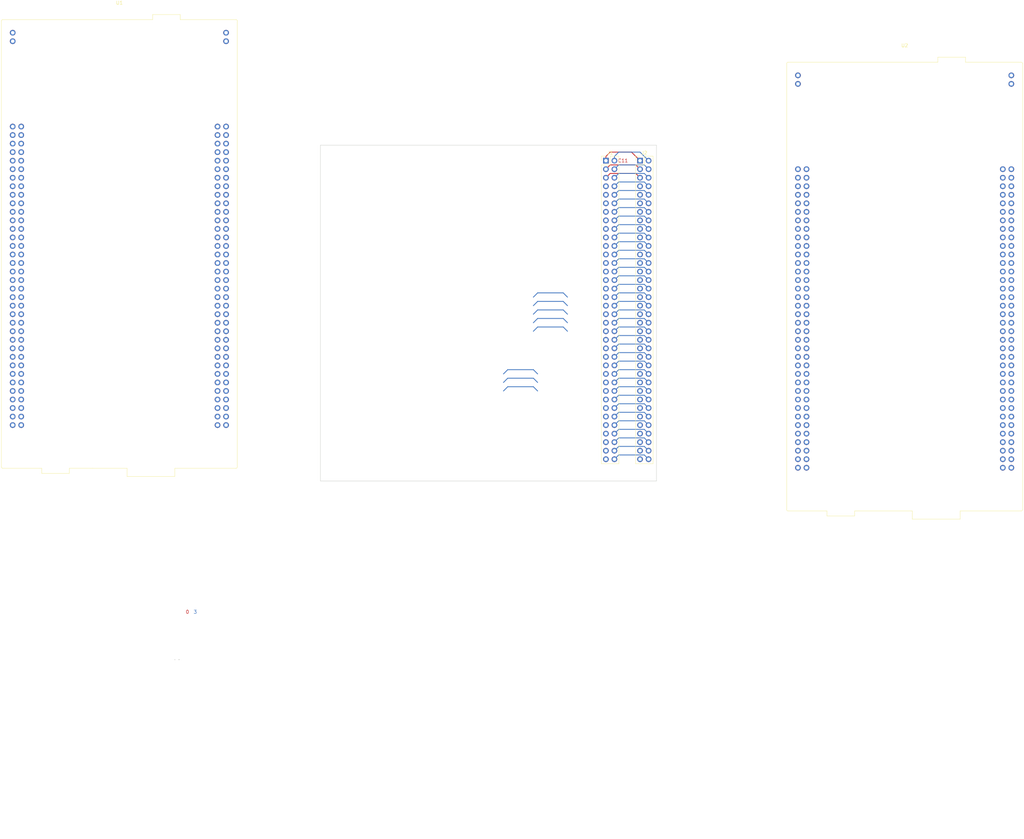
<source format=kicad_pcb>
(kicad_pcb (version 4) (host pcbnew 4.0.7)

  (general
    (links 47)
    (no_connects 8)
    (area 66.040002 18.529 284.480001 215.900001)
    (thickness 1.6)
    (drawings 14)
    (tracks 143)
    (zones 0)
    (modules 4)
    (nets 388)
  )

  (page B)
  (title_block
    (title nucleo144_wing)
    (date 2019-02-24)
    (rev R0.1)
    (company http://rusefi.com/)
  )

  (layers
    (0 F.Cu signal)
    (31 B.Cu signal)
    (32 B.Adhes user)
    (33 F.Adhes user)
    (34 B.Paste user)
    (35 F.Paste user)
    (36 B.SilkS user)
    (37 F.SilkS user)
    (38 B.Mask user)
    (39 F.Mask user)
    (40 Dwgs.User user)
    (41 Cmts.User user)
    (42 Eco1.User user)
    (43 Eco2.User user)
    (44 Edge.Cuts user)
  )

  (setup
    (last_trace_width 0.254)
    (user_trace_width 0.1524)
    (user_trace_width 0.2159)
    (user_trace_width 0.3048)
    (user_trace_width 1.0668)
    (user_trace_width 1.651)
    (user_trace_width 1.6764)
    (user_trace_width 2.7178)
    (trace_clearance 0.254)
    (zone_clearance 0.1778)
    (zone_45_only yes)
    (trace_min 0.1524)
    (segment_width 0.127)
    (edge_width 0.127)
    (via_size 0.6858)
    (via_drill 0.3302)
    (via_min_size 0)
    (via_min_drill 0.3302)
    (user_via 0.6858 0.3302)
    (user_via 0.78994 0.43434)
    (user_via 1.54178 1.18618)
    (uvia_size 0.508)
    (uvia_drill 0.127)
    (uvias_allowed no)
    (uvia_min_size 0.508)
    (uvia_min_drill 0.127)
    (pcb_text_width 0.127)
    (pcb_text_size 1.016 1.016)
    (mod_edge_width 0.254)
    (mod_text_size 0.508 0.508)
    (mod_text_width 0.127)
    (pad_size 0.889 1.397)
    (pad_drill 0)
    (pad_to_mask_clearance 0.0762)
    (aux_axis_origin 107.95 203.2)
    (visible_elements 7FFEE67F)
    (pcbplotparams
      (layerselection 0x010ff_80000007)
      (usegerberextensions true)
      (excludeedgelayer true)
      (linewidth 0.100000)
      (plotframeref false)
      (viasonmask false)
      (mode 1)
      (useauxorigin false)
      (hpglpennumber 1)
      (hpglpenspeed 20)
      (hpglpendiameter 15)
      (hpglpenoverlay 2)
      (psnegative false)
      (psa4output false)
      (plotreference true)
      (plotvalue true)
      (plotinvisibletext false)
      (padsonsilk false)
      (subtractmaskfromsilk false)
      (outputformat 1)
      (mirror false)
      (drillshape 0)
      (scaleselection 1)
      (outputdirectory frankenso_gerbers/))
  )

  (net 0 "")
  (net 1 GND)
  (net 2 /5V)
  (net 3 "Net-(U1-Pad1)")
  (net 4 "Net-(U1-Pad2)")
  (net 5 "Net-(U1-Pad3)")
  (net 6 "Net-(U1-Pad4)")
  (net 7 "Net-(U1-Pad5)")
  (net 8 "Net-(U1-Pad6)")
  (net 9 "Net-(U1-Pad7)")
  (net 10 "Net-(U1-Pad8)")
  (net 11 "Net-(U1-Pad9)")
  (net 12 "Net-(U1-Pad10)")
  (net 13 "Net-(U1-Pad11)")
  (net 14 "Net-(U1-Pad12)")
  (net 15 "Net-(U1-Pad13)")
  (net 16 "Net-(U1-Pad14)")
  (net 17 "Net-(U1-Pad15)")
  (net 18 "Net-(U1-Pad16)")
  (net 19 "Net-(U1-Pad17)")
  (net 20 "Net-(U1-Pad18)")
  (net 21 "Net-(U1-Pad19)")
  (net 22 "Net-(U1-Pad20)")
  (net 23 "Net-(U1-Pad21)")
  (net 24 "Net-(U1-Pad22)")
  (net 25 "Net-(U1-Pad23)")
  (net 26 "Net-(U1-Pad24)")
  (net 27 "Net-(U1-Pad25)")
  (net 28 "Net-(U1-Pad26)")
  (net 29 "Net-(U1-Pad27)")
  (net 30 "Net-(U1-Pad28)")
  (net 31 "Net-(U1-Pad29)")
  (net 32 "Net-(U1-Pad30)")
  (net 33 "Net-(U1-Pad31)")
  (net 34 "Net-(U1-Pad32)")
  (net 35 "Net-(U1-Pad33)")
  (net 36 "Net-(U1-Pad34)")
  (net 37 "Net-(U1-Pad35)")
  (net 38 "Net-(U1-Pad36)")
  (net 39 "Net-(U1-Pad37)")
  (net 40 "Net-(U1-Pad38)")
  (net 41 "Net-(U1-Pad39)")
  (net 42 "Net-(U1-Pad40)")
  (net 43 "Net-(U1-Pad41)")
  (net 44 "Net-(U1-Pad42)")
  (net 45 "Net-(U1-Pad43)")
  (net 46 "Net-(U1-Pad44)")
  (net 47 "Net-(U1-Pad45)")
  (net 48 "Net-(U1-Pad46)")
  (net 49 "Net-(U1-Pad47)")
  (net 50 "Net-(U1-Pad48)")
  (net 51 "Net-(U1-Pad49)")
  (net 52 "Net-(U1-Pad50)")
  (net 53 "Net-(U1-Pad51)")
  (net 54 "Net-(U1-Pad52)")
  (net 55 "Net-(U1-Pad53)")
  (net 56 "Net-(U1-Pad54)")
  (net 57 "Net-(U1-Pad55)")
  (net 58 "Net-(U1-Pad56)")
  (net 59 "Net-(U1-Pad57)")
  (net 60 "Net-(U1-Pad58)")
  (net 61 "Net-(U1-Pad59)")
  (net 62 "Net-(U1-Pad60)")
  (net 63 "Net-(U1-Pad61)")
  (net 64 "Net-(U1-Pad62)")
  (net 65 "Net-(U1-Pad63)")
  (net 66 "Net-(U1-Pad64)")
  (net 67 "Net-(U1-Pad65)")
  (net 68 "Net-(U1-Pad66)")
  (net 69 "Net-(U1-Pad67)")
  (net 70 "Net-(U1-Pad68)")
  (net 71 "Net-(U1-Pad69)")
  (net 72 "Net-(U1-Pad70)")
  (net 73 "Net-(U1-Pad71)")
  (net 74 "Net-(U1-Pad72)")
  (net 75 "Net-(U1-Pad73)")
  (net 76 "Net-(U1-Pad74)")
  (net 77 "Net-(U1-Pad75)")
  (net 78 "Net-(U1-Pad76)")
  (net 79 "Net-(U1-Pad77)")
  (net 80 "Net-(U1-Pad78)")
  (net 81 "Net-(U1-Pad79)")
  (net 82 "Net-(U1-Pad80)")
  (net 83 "Net-(U1-Pad81)")
  (net 84 "Net-(U1-Pad82)")
  (net 85 "Net-(U1-Pad83)")
  (net 86 "Net-(U1-Pad84)")
  (net 87 "Net-(U1-Pad85)")
  (net 88 "Net-(U1-Pad86)")
  (net 89 "Net-(U1-Pad87)")
  (net 90 "Net-(U1-Pad88)")
  (net 91 "Net-(U1-Pad89)")
  (net 92 "Net-(U1-Pad90)")
  (net 93 "Net-(U1-Pad91)")
  (net 94 "Net-(U1-Pad92)")
  (net 95 "Net-(U1-Pad93)")
  (net 96 "Net-(U1-Pad94)")
  (net 97 "Net-(U1-Pad95)")
  (net 98 "Net-(U1-Pad96)")
  (net 99 "Net-(U1-Pad97)")
  (net 100 "Net-(U1-Pad98)")
  (net 101 "Net-(U1-Pad99)")
  (net 102 "Net-(U1-Pad100)")
  (net 103 "Net-(U1-Pad101)")
  (net 104 "Net-(U1-Pad102)")
  (net 105 "Net-(U1-Pad103)")
  (net 106 "Net-(U1-Pad104)")
  (net 107 "Net-(U1-Pad105)")
  (net 108 "Net-(U1-Pad106)")
  (net 109 "Net-(U1-Pad107)")
  (net 110 "Net-(U1-Pad108)")
  (net 111 "Net-(U1-Pad109)")
  (net 112 "Net-(U1-Pad110)")
  (net 113 "Net-(U1-Pad111)")
  (net 114 "Net-(U1-Pad112)")
  (net 115 "Net-(U1-Pad113)")
  (net 116 "Net-(U1-Pad114)")
  (net 117 "Net-(U1-Pad115)")
  (net 118 "Net-(U1-Pad116)")
  (net 119 "Net-(U1-Pad117)")
  (net 120 "Net-(U1-Pad118)")
  (net 121 "Net-(U1-Pad119)")
  (net 122 "Net-(U1-Pad120)")
  (net 123 "Net-(U1-Pad121)")
  (net 124 "Net-(U1-Pad122)")
  (net 125 "Net-(U1-Pad123)")
  (net 126 "Net-(U1-Pad124)")
  (net 127 "Net-(U1-Pad125)")
  (net 128 "Net-(U1-Pad126)")
  (net 129 "Net-(U1-Pad127)")
  (net 130 "Net-(U1-Pad128)")
  (net 131 "Net-(U1-Pad129)")
  (net 132 "Net-(U1-Pad130)")
  (net 133 "Net-(U1-Pad131)")
  (net 134 "Net-(U1-Pad132)")
  (net 135 "Net-(U1-Pad133)")
  (net 136 "Net-(U1-Pad134)")
  (net 137 "Net-(U1-Pad135)")
  (net 138 "Net-(U1-Pad136)")
  (net 139 "Net-(U1-Pad137)")
  (net 140 "Net-(U1-Pad138)")
  (net 141 "Net-(U1-Pad139)")
  (net 142 "Net-(U1-Pad140)")
  (net 143 "Net-(U1-Pad141)")
  (net 144 "Net-(U1-Pad142)")
  (net 145 "Net-(U1-Pad143)")
  (net 146 "Net-(U1-Pad144)")
  (net 147 "Net-(U2-Pad1)")
  (net 148 "Net-(U2-Pad2)")
  (net 149 "Net-(U2-Pad3)")
  (net 150 "Net-(U2-Pad4)")
  (net 151 "Net-(U2-Pad5)")
  (net 152 "Net-(U2-Pad6)")
  (net 153 "Net-(U2-Pad7)")
  (net 154 "Net-(U2-Pad8)")
  (net 155 "Net-(U2-Pad9)")
  (net 156 "Net-(U2-Pad10)")
  (net 157 "Net-(U2-Pad11)")
  (net 158 "Net-(U2-Pad12)")
  (net 159 "Net-(U2-Pad13)")
  (net 160 "Net-(U2-Pad14)")
  (net 161 "Net-(U2-Pad15)")
  (net 162 "Net-(U2-Pad16)")
  (net 163 "Net-(U2-Pad17)")
  (net 164 "Net-(U2-Pad18)")
  (net 165 "Net-(U2-Pad19)")
  (net 166 "Net-(U2-Pad20)")
  (net 167 "Net-(U2-Pad21)")
  (net 168 "Net-(U2-Pad22)")
  (net 169 "Net-(U2-Pad23)")
  (net 170 "Net-(U2-Pad24)")
  (net 171 "Net-(U2-Pad25)")
  (net 172 "Net-(U2-Pad26)")
  (net 173 "Net-(U2-Pad27)")
  (net 174 "Net-(U2-Pad28)")
  (net 175 "Net-(U2-Pad29)")
  (net 176 "Net-(U2-Pad30)")
  (net 177 "Net-(U2-Pad31)")
  (net 178 "Net-(U2-Pad32)")
  (net 179 "Net-(U2-Pad33)")
  (net 180 "Net-(U2-Pad34)")
  (net 181 "Net-(U2-Pad35)")
  (net 182 "Net-(U2-Pad36)")
  (net 183 "Net-(U2-Pad37)")
  (net 184 "Net-(U2-Pad38)")
  (net 185 "Net-(U2-Pad39)")
  (net 186 "Net-(U2-Pad40)")
  (net 187 "Net-(U2-Pad41)")
  (net 188 "Net-(U2-Pad42)")
  (net 189 "Net-(U2-Pad43)")
  (net 190 "Net-(U2-Pad44)")
  (net 191 "Net-(U2-Pad45)")
  (net 192 "Net-(U2-Pad46)")
  (net 193 "Net-(U2-Pad47)")
  (net 194 "Net-(U2-Pad48)")
  (net 195 "Net-(U2-Pad49)")
  (net 196 "Net-(U2-Pad50)")
  (net 197 "Net-(U2-Pad51)")
  (net 198 "Net-(U2-Pad52)")
  (net 199 "Net-(U2-Pad53)")
  (net 200 "Net-(U2-Pad54)")
  (net 201 "Net-(U2-Pad55)")
  (net 202 "Net-(U2-Pad56)")
  (net 203 "Net-(U2-Pad57)")
  (net 204 "Net-(U2-Pad58)")
  (net 205 "Net-(U2-Pad59)")
  (net 206 "Net-(U2-Pad60)")
  (net 207 "Net-(U2-Pad61)")
  (net 208 "Net-(U2-Pad62)")
  (net 209 "Net-(U2-Pad63)")
  (net 210 "Net-(U2-Pad64)")
  (net 211 "Net-(U2-Pad65)")
  (net 212 "Net-(U2-Pad66)")
  (net 213 "Net-(U2-Pad67)")
  (net 214 "Net-(U2-Pad68)")
  (net 215 "Net-(U2-Pad69)")
  (net 216 "Net-(U2-Pad70)")
  (net 217 "Net-(U2-Pad71)")
  (net 218 "Net-(U2-Pad72)")
  (net 219 "Net-(U2-Pad73)")
  (net 220 "Net-(U2-Pad74)")
  (net 221 "Net-(U2-Pad75)")
  (net 222 "Net-(U2-Pad76)")
  (net 223 "Net-(U2-Pad77)")
  (net 224 "Net-(U2-Pad78)")
  (net 225 "Net-(U2-Pad79)")
  (net 226 "Net-(U2-Pad80)")
  (net 227 "Net-(U2-Pad81)")
  (net 228 "Net-(U2-Pad82)")
  (net 229 "Net-(U2-Pad83)")
  (net 230 "Net-(U2-Pad84)")
  (net 231 "Net-(U2-Pad85)")
  (net 232 "Net-(U2-Pad86)")
  (net 233 "Net-(U2-Pad87)")
  (net 234 "Net-(U2-Pad88)")
  (net 235 "Net-(U2-Pad89)")
  (net 236 "Net-(U2-Pad90)")
  (net 237 "Net-(U2-Pad91)")
  (net 238 "Net-(U2-Pad92)")
  (net 239 "Net-(U2-Pad93)")
  (net 240 "Net-(U2-Pad94)")
  (net 241 "Net-(U2-Pad95)")
  (net 242 "Net-(U2-Pad96)")
  (net 243 "Net-(U2-Pad97)")
  (net 244 "Net-(U2-Pad98)")
  (net 245 "Net-(U2-Pad99)")
  (net 246 "Net-(U2-Pad100)")
  (net 247 "Net-(U2-Pad101)")
  (net 248 "Net-(U2-Pad102)")
  (net 249 "Net-(U2-Pad103)")
  (net 250 "Net-(U2-Pad104)")
  (net 251 "Net-(U2-Pad105)")
  (net 252 "Net-(U2-Pad106)")
  (net 253 "Net-(U2-Pad107)")
  (net 254 "Net-(U2-Pad108)")
  (net 255 "Net-(U2-Pad109)")
  (net 256 "Net-(U2-Pad110)")
  (net 257 "Net-(U2-Pad111)")
  (net 258 "Net-(U2-Pad112)")
  (net 259 "Net-(U2-Pad113)")
  (net 260 "Net-(U2-Pad114)")
  (net 261 "Net-(U2-Pad115)")
  (net 262 "Net-(U2-Pad116)")
  (net 263 "Net-(U2-Pad117)")
  (net 264 "Net-(U2-Pad118)")
  (net 265 "Net-(U2-Pad119)")
  (net 266 "Net-(U2-Pad120)")
  (net 267 "Net-(U2-Pad121)")
  (net 268 "Net-(U2-Pad122)")
  (net 269 "Net-(U2-Pad123)")
  (net 270 "Net-(U2-Pad124)")
  (net 271 "Net-(U2-Pad125)")
  (net 272 "Net-(U2-Pad126)")
  (net 273 "Net-(U2-Pad127)")
  (net 274 "Net-(U2-Pad128)")
  (net 275 "Net-(U2-Pad129)")
  (net 276 "Net-(U2-Pad130)")
  (net 277 "Net-(U2-Pad131)")
  (net 278 "Net-(U2-Pad132)")
  (net 279 "Net-(U2-Pad133)")
  (net 280 "Net-(U2-Pad134)")
  (net 281 "Net-(U2-Pad135)")
  (net 282 "Net-(U2-Pad136)")
  (net 283 "Net-(U2-Pad137)")
  (net 284 "Net-(U2-Pad138)")
  (net 285 "Net-(U2-Pad139)")
  (net 286 "Net-(U2-Pad140)")
  (net 287 "Net-(U2-Pad141)")
  (net 288 "Net-(U2-Pad142)")
  (net 289 "Net-(U2-Pad143)")
  (net 290 "Net-(U2-Pad144)")
  (net 291 "Net-(J1-Pad1)")
  (net 292 "Net-(J1-Pad2)")
  (net 293 "Net-(J1-Pad3)")
  (net 294 "Net-(J1-Pad4)")
  (net 295 "Net-(J1-Pad5)")
  (net 296 "Net-(J1-Pad6)")
  (net 297 "Net-(J1-Pad7)")
  (net 298 "Net-(J1-Pad8)")
  (net 299 "Net-(J1-Pad9)")
  (net 300 "Net-(J1-Pad10)")
  (net 301 "Net-(J1-Pad11)")
  (net 302 "Net-(J1-Pad12)")
  (net 303 "Net-(J1-Pad13)")
  (net 304 "Net-(J1-Pad14)")
  (net 305 "Net-(J1-Pad15)")
  (net 306 "Net-(J1-Pad16)")
  (net 307 "Net-(J1-Pad17)")
  (net 308 "Net-(J1-Pad18)")
  (net 309 "Net-(J1-Pad19)")
  (net 310 "Net-(J1-Pad20)")
  (net 311 "Net-(J1-Pad21)")
  (net 312 "Net-(J1-Pad22)")
  (net 313 "Net-(J1-Pad23)")
  (net 314 "Net-(J1-Pad24)")
  (net 315 "Net-(J1-Pad25)")
  (net 316 "Net-(J1-Pad26)")
  (net 317 "Net-(J1-Pad27)")
  (net 318 "Net-(J1-Pad28)")
  (net 319 "Net-(J1-Pad29)")
  (net 320 "Net-(J1-Pad30)")
  (net 321 "Net-(J1-Pad31)")
  (net 322 "Net-(J1-Pad32)")
  (net 323 "Net-(J1-Pad33)")
  (net 324 "Net-(J1-Pad34)")
  (net 325 "Net-(J1-Pad35)")
  (net 326 "Net-(J1-Pad36)")
  (net 327 "Net-(J1-Pad37)")
  (net 328 "Net-(J1-Pad38)")
  (net 329 "Net-(J1-Pad39)")
  (net 330 "Net-(J1-Pad40)")
  (net 331 "Net-(J1-Pad41)")
  (net 332 "Net-(J1-Pad42)")
  (net 333 "Net-(J1-Pad43)")
  (net 334 "Net-(J1-Pad44)")
  (net 335 "Net-(J1-Pad45)")
  (net 336 "Net-(J1-Pad46)")
  (net 337 "Net-(J1-Pad47)")
  (net 338 "Net-(J1-Pad48)")
  (net 339 "Net-(J1-Pad49)")
  (net 340 "Net-(J1-Pad50)")
  (net 341 "Net-(J1-Pad51)")
  (net 342 "Net-(J1-Pad52)")
  (net 343 "Net-(J1-Pad53)")
  (net 344 "Net-(J1-Pad54)")
  (net 345 "Net-(J1-Pad55)")
  (net 346 "Net-(J1-Pad56)")
  (net 347 "Net-(J1-Pad57)")
  (net 348 "Net-(J1-Pad58)")
  (net 349 "Net-(J1-Pad59)")
  (net 350 "Net-(J1-Pad60)")
  (net 351 "Net-(J1-Pad61)")
  (net 352 "Net-(J1-Pad62)")
  (net 353 "Net-(J1-Pad63)")
  (net 354 "Net-(J1-Pad64)")
  (net 355 "Net-(J1-Pad65)")
  (net 356 "Net-(J1-Pad66)")
  (net 357 "Net-(J1-Pad67)")
  (net 358 "Net-(J1-Pad68)")
  (net 359 "Net-(J1-Pad69)")
  (net 360 "Net-(J1-Pad70)")
  (net 361 "Net-(J1-Pad71)")
  (net 362 "Net-(J1-Pad72)")
  (net 363 "Net-(J2-Pad23)")
  (net 364 "Net-(J2-Pad25)")
  (net 365 "Net-(J2-Pad27)")
  (net 366 "Net-(J2-Pad29)")
  (net 367 "Net-(J2-Pad31)")
  (net 368 "Net-(J2-Pad33)")
  (net 369 "Net-(J2-Pad35)")
  (net 370 "Net-(J2-Pad37)")
  (net 371 "Net-(J2-Pad39)")
  (net 372 "Net-(J2-Pad41)")
  (net 373 "Net-(J2-Pad43)")
  (net 374 "Net-(J2-Pad45)")
  (net 375 "Net-(J2-Pad47)")
  (net 376 "Net-(J2-Pad49)")
  (net 377 "Net-(J2-Pad51)")
  (net 378 "Net-(J2-Pad53)")
  (net 379 "Net-(J2-Pad55)")
  (net 380 "Net-(J2-Pad57)")
  (net 381 "Net-(J2-Pad59)")
  (net 382 "Net-(J2-Pad61)")
  (net 383 "Net-(J2-Pad63)")
  (net 384 "Net-(J2-Pad65)")
  (net 385 "Net-(J2-Pad67)")
  (net 386 "Net-(J2-Pad69)")
  (net 387 "Net-(J2-Pad71)")

  (net_class Default ""
    (clearance 0.254)
    (trace_width 0.254)
    (via_dia 0.6858)
    (via_drill 0.3302)
    (uvia_dia 0.508)
    (uvia_drill 0.127)
    (add_net "Net-(J1-Pad1)")
    (add_net "Net-(J1-Pad10)")
    (add_net "Net-(J1-Pad11)")
    (add_net "Net-(J1-Pad12)")
    (add_net "Net-(J1-Pad13)")
    (add_net "Net-(J1-Pad14)")
    (add_net "Net-(J1-Pad15)")
    (add_net "Net-(J1-Pad16)")
    (add_net "Net-(J1-Pad17)")
    (add_net "Net-(J1-Pad18)")
    (add_net "Net-(J1-Pad19)")
    (add_net "Net-(J1-Pad2)")
    (add_net "Net-(J1-Pad20)")
    (add_net "Net-(J1-Pad21)")
    (add_net "Net-(J1-Pad22)")
    (add_net "Net-(J1-Pad23)")
    (add_net "Net-(J1-Pad24)")
    (add_net "Net-(J1-Pad25)")
    (add_net "Net-(J1-Pad26)")
    (add_net "Net-(J1-Pad27)")
    (add_net "Net-(J1-Pad28)")
    (add_net "Net-(J1-Pad29)")
    (add_net "Net-(J1-Pad3)")
    (add_net "Net-(J1-Pad30)")
    (add_net "Net-(J1-Pad31)")
    (add_net "Net-(J1-Pad32)")
    (add_net "Net-(J1-Pad33)")
    (add_net "Net-(J1-Pad34)")
    (add_net "Net-(J1-Pad35)")
    (add_net "Net-(J1-Pad36)")
    (add_net "Net-(J1-Pad37)")
    (add_net "Net-(J1-Pad38)")
    (add_net "Net-(J1-Pad39)")
    (add_net "Net-(J1-Pad4)")
    (add_net "Net-(J1-Pad40)")
    (add_net "Net-(J1-Pad41)")
    (add_net "Net-(J1-Pad42)")
    (add_net "Net-(J1-Pad43)")
    (add_net "Net-(J1-Pad44)")
    (add_net "Net-(J1-Pad45)")
    (add_net "Net-(J1-Pad46)")
    (add_net "Net-(J1-Pad47)")
    (add_net "Net-(J1-Pad48)")
    (add_net "Net-(J1-Pad49)")
    (add_net "Net-(J1-Pad5)")
    (add_net "Net-(J1-Pad50)")
    (add_net "Net-(J1-Pad51)")
    (add_net "Net-(J1-Pad52)")
    (add_net "Net-(J1-Pad53)")
    (add_net "Net-(J1-Pad54)")
    (add_net "Net-(J1-Pad55)")
    (add_net "Net-(J1-Pad56)")
    (add_net "Net-(J1-Pad57)")
    (add_net "Net-(J1-Pad58)")
    (add_net "Net-(J1-Pad59)")
    (add_net "Net-(J1-Pad6)")
    (add_net "Net-(J1-Pad60)")
    (add_net "Net-(J1-Pad61)")
    (add_net "Net-(J1-Pad62)")
    (add_net "Net-(J1-Pad63)")
    (add_net "Net-(J1-Pad64)")
    (add_net "Net-(J1-Pad65)")
    (add_net "Net-(J1-Pad66)")
    (add_net "Net-(J1-Pad67)")
    (add_net "Net-(J1-Pad68)")
    (add_net "Net-(J1-Pad69)")
    (add_net "Net-(J1-Pad7)")
    (add_net "Net-(J1-Pad70)")
    (add_net "Net-(J1-Pad71)")
    (add_net "Net-(J1-Pad72)")
    (add_net "Net-(J1-Pad8)")
    (add_net "Net-(J1-Pad9)")
    (add_net "Net-(J2-Pad23)")
    (add_net "Net-(J2-Pad25)")
    (add_net "Net-(J2-Pad27)")
    (add_net "Net-(J2-Pad29)")
    (add_net "Net-(J2-Pad31)")
    (add_net "Net-(J2-Pad33)")
    (add_net "Net-(J2-Pad35)")
    (add_net "Net-(J2-Pad37)")
    (add_net "Net-(J2-Pad39)")
    (add_net "Net-(J2-Pad41)")
    (add_net "Net-(J2-Pad43)")
    (add_net "Net-(J2-Pad45)")
    (add_net "Net-(J2-Pad47)")
    (add_net "Net-(J2-Pad49)")
    (add_net "Net-(J2-Pad51)")
    (add_net "Net-(J2-Pad53)")
    (add_net "Net-(J2-Pad55)")
    (add_net "Net-(J2-Pad57)")
    (add_net "Net-(J2-Pad59)")
    (add_net "Net-(J2-Pad61)")
    (add_net "Net-(J2-Pad63)")
    (add_net "Net-(J2-Pad65)")
    (add_net "Net-(J2-Pad67)")
    (add_net "Net-(J2-Pad69)")
    (add_net "Net-(J2-Pad71)")
    (add_net "Net-(U1-Pad1)")
    (add_net "Net-(U1-Pad10)")
    (add_net "Net-(U1-Pad100)")
    (add_net "Net-(U1-Pad101)")
    (add_net "Net-(U1-Pad102)")
    (add_net "Net-(U1-Pad103)")
    (add_net "Net-(U1-Pad104)")
    (add_net "Net-(U1-Pad105)")
    (add_net "Net-(U1-Pad106)")
    (add_net "Net-(U1-Pad107)")
    (add_net "Net-(U1-Pad108)")
    (add_net "Net-(U1-Pad109)")
    (add_net "Net-(U1-Pad11)")
    (add_net "Net-(U1-Pad110)")
    (add_net "Net-(U1-Pad111)")
    (add_net "Net-(U1-Pad112)")
    (add_net "Net-(U1-Pad113)")
    (add_net "Net-(U1-Pad114)")
    (add_net "Net-(U1-Pad115)")
    (add_net "Net-(U1-Pad116)")
    (add_net "Net-(U1-Pad117)")
    (add_net "Net-(U1-Pad118)")
    (add_net "Net-(U1-Pad119)")
    (add_net "Net-(U1-Pad12)")
    (add_net "Net-(U1-Pad120)")
    (add_net "Net-(U1-Pad121)")
    (add_net "Net-(U1-Pad122)")
    (add_net "Net-(U1-Pad123)")
    (add_net "Net-(U1-Pad124)")
    (add_net "Net-(U1-Pad125)")
    (add_net "Net-(U1-Pad126)")
    (add_net "Net-(U1-Pad127)")
    (add_net "Net-(U1-Pad128)")
    (add_net "Net-(U1-Pad129)")
    (add_net "Net-(U1-Pad13)")
    (add_net "Net-(U1-Pad130)")
    (add_net "Net-(U1-Pad131)")
    (add_net "Net-(U1-Pad132)")
    (add_net "Net-(U1-Pad133)")
    (add_net "Net-(U1-Pad134)")
    (add_net "Net-(U1-Pad135)")
    (add_net "Net-(U1-Pad136)")
    (add_net "Net-(U1-Pad137)")
    (add_net "Net-(U1-Pad138)")
    (add_net "Net-(U1-Pad139)")
    (add_net "Net-(U1-Pad14)")
    (add_net "Net-(U1-Pad140)")
    (add_net "Net-(U1-Pad141)")
    (add_net "Net-(U1-Pad142)")
    (add_net "Net-(U1-Pad143)")
    (add_net "Net-(U1-Pad144)")
    (add_net "Net-(U1-Pad15)")
    (add_net "Net-(U1-Pad16)")
    (add_net "Net-(U1-Pad17)")
    (add_net "Net-(U1-Pad18)")
    (add_net "Net-(U1-Pad19)")
    (add_net "Net-(U1-Pad2)")
    (add_net "Net-(U1-Pad20)")
    (add_net "Net-(U1-Pad21)")
    (add_net "Net-(U1-Pad22)")
    (add_net "Net-(U1-Pad23)")
    (add_net "Net-(U1-Pad24)")
    (add_net "Net-(U1-Pad25)")
    (add_net "Net-(U1-Pad26)")
    (add_net "Net-(U1-Pad27)")
    (add_net "Net-(U1-Pad28)")
    (add_net "Net-(U1-Pad29)")
    (add_net "Net-(U1-Pad3)")
    (add_net "Net-(U1-Pad30)")
    (add_net "Net-(U1-Pad31)")
    (add_net "Net-(U1-Pad32)")
    (add_net "Net-(U1-Pad33)")
    (add_net "Net-(U1-Pad34)")
    (add_net "Net-(U1-Pad35)")
    (add_net "Net-(U1-Pad36)")
    (add_net "Net-(U1-Pad37)")
    (add_net "Net-(U1-Pad38)")
    (add_net "Net-(U1-Pad39)")
    (add_net "Net-(U1-Pad4)")
    (add_net "Net-(U1-Pad40)")
    (add_net "Net-(U1-Pad41)")
    (add_net "Net-(U1-Pad42)")
    (add_net "Net-(U1-Pad43)")
    (add_net "Net-(U1-Pad44)")
    (add_net "Net-(U1-Pad45)")
    (add_net "Net-(U1-Pad46)")
    (add_net "Net-(U1-Pad47)")
    (add_net "Net-(U1-Pad48)")
    (add_net "Net-(U1-Pad49)")
    (add_net "Net-(U1-Pad5)")
    (add_net "Net-(U1-Pad50)")
    (add_net "Net-(U1-Pad51)")
    (add_net "Net-(U1-Pad52)")
    (add_net "Net-(U1-Pad53)")
    (add_net "Net-(U1-Pad54)")
    (add_net "Net-(U1-Pad55)")
    (add_net "Net-(U1-Pad56)")
    (add_net "Net-(U1-Pad57)")
    (add_net "Net-(U1-Pad58)")
    (add_net "Net-(U1-Pad59)")
    (add_net "Net-(U1-Pad6)")
    (add_net "Net-(U1-Pad60)")
    (add_net "Net-(U1-Pad61)")
    (add_net "Net-(U1-Pad62)")
    (add_net "Net-(U1-Pad63)")
    (add_net "Net-(U1-Pad64)")
    (add_net "Net-(U1-Pad65)")
    (add_net "Net-(U1-Pad66)")
    (add_net "Net-(U1-Pad67)")
    (add_net "Net-(U1-Pad68)")
    (add_net "Net-(U1-Pad69)")
    (add_net "Net-(U1-Pad7)")
    (add_net "Net-(U1-Pad70)")
    (add_net "Net-(U1-Pad71)")
    (add_net "Net-(U1-Pad72)")
    (add_net "Net-(U1-Pad73)")
    (add_net "Net-(U1-Pad74)")
    (add_net "Net-(U1-Pad75)")
    (add_net "Net-(U1-Pad76)")
    (add_net "Net-(U1-Pad77)")
    (add_net "Net-(U1-Pad78)")
    (add_net "Net-(U1-Pad79)")
    (add_net "Net-(U1-Pad8)")
    (add_net "Net-(U1-Pad80)")
    (add_net "Net-(U1-Pad81)")
    (add_net "Net-(U1-Pad82)")
    (add_net "Net-(U1-Pad83)")
    (add_net "Net-(U1-Pad84)")
    (add_net "Net-(U1-Pad85)")
    (add_net "Net-(U1-Pad86)")
    (add_net "Net-(U1-Pad87)")
    (add_net "Net-(U1-Pad88)")
    (add_net "Net-(U1-Pad89)")
    (add_net "Net-(U1-Pad9)")
    (add_net "Net-(U1-Pad90)")
    (add_net "Net-(U1-Pad91)")
    (add_net "Net-(U1-Pad92)")
    (add_net "Net-(U1-Pad93)")
    (add_net "Net-(U1-Pad94)")
    (add_net "Net-(U1-Pad95)")
    (add_net "Net-(U1-Pad96)")
    (add_net "Net-(U1-Pad97)")
    (add_net "Net-(U1-Pad98)")
    (add_net "Net-(U1-Pad99)")
    (add_net "Net-(U2-Pad1)")
    (add_net "Net-(U2-Pad10)")
    (add_net "Net-(U2-Pad100)")
    (add_net "Net-(U2-Pad101)")
    (add_net "Net-(U2-Pad102)")
    (add_net "Net-(U2-Pad103)")
    (add_net "Net-(U2-Pad104)")
    (add_net "Net-(U2-Pad105)")
    (add_net "Net-(U2-Pad106)")
    (add_net "Net-(U2-Pad107)")
    (add_net "Net-(U2-Pad108)")
    (add_net "Net-(U2-Pad109)")
    (add_net "Net-(U2-Pad11)")
    (add_net "Net-(U2-Pad110)")
    (add_net "Net-(U2-Pad111)")
    (add_net "Net-(U2-Pad112)")
    (add_net "Net-(U2-Pad113)")
    (add_net "Net-(U2-Pad114)")
    (add_net "Net-(U2-Pad115)")
    (add_net "Net-(U2-Pad116)")
    (add_net "Net-(U2-Pad117)")
    (add_net "Net-(U2-Pad118)")
    (add_net "Net-(U2-Pad119)")
    (add_net "Net-(U2-Pad12)")
    (add_net "Net-(U2-Pad120)")
    (add_net "Net-(U2-Pad121)")
    (add_net "Net-(U2-Pad122)")
    (add_net "Net-(U2-Pad123)")
    (add_net "Net-(U2-Pad124)")
    (add_net "Net-(U2-Pad125)")
    (add_net "Net-(U2-Pad126)")
    (add_net "Net-(U2-Pad127)")
    (add_net "Net-(U2-Pad128)")
    (add_net "Net-(U2-Pad129)")
    (add_net "Net-(U2-Pad13)")
    (add_net "Net-(U2-Pad130)")
    (add_net "Net-(U2-Pad131)")
    (add_net "Net-(U2-Pad132)")
    (add_net "Net-(U2-Pad133)")
    (add_net "Net-(U2-Pad134)")
    (add_net "Net-(U2-Pad135)")
    (add_net "Net-(U2-Pad136)")
    (add_net "Net-(U2-Pad137)")
    (add_net "Net-(U2-Pad138)")
    (add_net "Net-(U2-Pad139)")
    (add_net "Net-(U2-Pad14)")
    (add_net "Net-(U2-Pad140)")
    (add_net "Net-(U2-Pad141)")
    (add_net "Net-(U2-Pad142)")
    (add_net "Net-(U2-Pad143)")
    (add_net "Net-(U2-Pad144)")
    (add_net "Net-(U2-Pad15)")
    (add_net "Net-(U2-Pad16)")
    (add_net "Net-(U2-Pad17)")
    (add_net "Net-(U2-Pad18)")
    (add_net "Net-(U2-Pad19)")
    (add_net "Net-(U2-Pad2)")
    (add_net "Net-(U2-Pad20)")
    (add_net "Net-(U2-Pad21)")
    (add_net "Net-(U2-Pad22)")
    (add_net "Net-(U2-Pad23)")
    (add_net "Net-(U2-Pad24)")
    (add_net "Net-(U2-Pad25)")
    (add_net "Net-(U2-Pad26)")
    (add_net "Net-(U2-Pad27)")
    (add_net "Net-(U2-Pad28)")
    (add_net "Net-(U2-Pad29)")
    (add_net "Net-(U2-Pad3)")
    (add_net "Net-(U2-Pad30)")
    (add_net "Net-(U2-Pad31)")
    (add_net "Net-(U2-Pad32)")
    (add_net "Net-(U2-Pad33)")
    (add_net "Net-(U2-Pad34)")
    (add_net "Net-(U2-Pad35)")
    (add_net "Net-(U2-Pad36)")
    (add_net "Net-(U2-Pad37)")
    (add_net "Net-(U2-Pad38)")
    (add_net "Net-(U2-Pad39)")
    (add_net "Net-(U2-Pad4)")
    (add_net "Net-(U2-Pad40)")
    (add_net "Net-(U2-Pad41)")
    (add_net "Net-(U2-Pad42)")
    (add_net "Net-(U2-Pad43)")
    (add_net "Net-(U2-Pad44)")
    (add_net "Net-(U2-Pad45)")
    (add_net "Net-(U2-Pad46)")
    (add_net "Net-(U2-Pad47)")
    (add_net "Net-(U2-Pad48)")
    (add_net "Net-(U2-Pad49)")
    (add_net "Net-(U2-Pad5)")
    (add_net "Net-(U2-Pad50)")
    (add_net "Net-(U2-Pad51)")
    (add_net "Net-(U2-Pad52)")
    (add_net "Net-(U2-Pad53)")
    (add_net "Net-(U2-Pad54)")
    (add_net "Net-(U2-Pad55)")
    (add_net "Net-(U2-Pad56)")
    (add_net "Net-(U2-Pad57)")
    (add_net "Net-(U2-Pad58)")
    (add_net "Net-(U2-Pad59)")
    (add_net "Net-(U2-Pad6)")
    (add_net "Net-(U2-Pad60)")
    (add_net "Net-(U2-Pad61)")
    (add_net "Net-(U2-Pad62)")
    (add_net "Net-(U2-Pad63)")
    (add_net "Net-(U2-Pad64)")
    (add_net "Net-(U2-Pad65)")
    (add_net "Net-(U2-Pad66)")
    (add_net "Net-(U2-Pad67)")
    (add_net "Net-(U2-Pad68)")
    (add_net "Net-(U2-Pad69)")
    (add_net "Net-(U2-Pad7)")
    (add_net "Net-(U2-Pad70)")
    (add_net "Net-(U2-Pad71)")
    (add_net "Net-(U2-Pad72)")
    (add_net "Net-(U2-Pad73)")
    (add_net "Net-(U2-Pad74)")
    (add_net "Net-(U2-Pad75)")
    (add_net "Net-(U2-Pad76)")
    (add_net "Net-(U2-Pad77)")
    (add_net "Net-(U2-Pad78)")
    (add_net "Net-(U2-Pad79)")
    (add_net "Net-(U2-Pad8)")
    (add_net "Net-(U2-Pad80)")
    (add_net "Net-(U2-Pad81)")
    (add_net "Net-(U2-Pad82)")
    (add_net "Net-(U2-Pad83)")
    (add_net "Net-(U2-Pad84)")
    (add_net "Net-(U2-Pad85)")
    (add_net "Net-(U2-Pad86)")
    (add_net "Net-(U2-Pad87)")
    (add_net "Net-(U2-Pad88)")
    (add_net "Net-(U2-Pad89)")
    (add_net "Net-(U2-Pad9)")
    (add_net "Net-(U2-Pad90)")
    (add_net "Net-(U2-Pad91)")
    (add_net "Net-(U2-Pad92)")
    (add_net "Net-(U2-Pad93)")
    (add_net "Net-(U2-Pad94)")
    (add_net "Net-(U2-Pad95)")
    (add_net "Net-(U2-Pad96)")
    (add_net "Net-(U2-Pad97)")
    (add_net "Net-(U2-Pad98)")
    (add_net "Net-(U2-Pad99)")
  )

  (net_class "1A external" ""
    (clearance 0.2159)
    (trace_width 0.3048)
    (via_dia 0.6858)
    (via_drill 0.3302)
    (uvia_dia 0.508)
    (uvia_drill 0.127)
  )

  (net_class "2.5A external" ""
    (clearance 0.2159)
    (trace_width 1.0668)
    (via_dia 0.6858)
    (via_drill 0.3302)
    (uvia_dia 0.508)
    (uvia_drill 0.127)
  )

  (net_class "3.5A external" ""
    (clearance 0.2159)
    (trace_width 1.651)
    (via_dia 1.0922)
    (via_drill 0.6858)
    (uvia_dia 0.508)
    (uvia_drill 0.127)
  )

  (net_class "3.5A external high voltage" ""
    (clearance 1.016)
    (trace_width 1.6764)
    (via_dia 0.6858)
    (via_drill 0.3302)
    (uvia_dia 0.508)
    (uvia_drill 0.127)
  )

  (net_class "5A external" ""
    (clearance 0.2159)
    (trace_width 2.7178)
    (via_dia 1.54178)
    (via_drill 1.18618)
    (uvia_dia 0.508)
    (uvia_drill 0.127)
  )

  (net_class Supply_200V ""
    (clearance 0.3048)
    (trace_width 1.0668)
    (via_dia 0.6858)
    (via_drill 0.3302)
    (uvia_dia 0.508)
    (uvia_drill 0.127)
  )

  (net_class min2_extern_.188A ""
    (clearance 0.1524)
    (trace_width 0.1524)
    (via_dia 0.6858)
    (via_drill 0.3302)
    (uvia_dia 0.508)
    (uvia_drill 0.127)
  )

  (net_class min_extern_.241A ""
    (clearance 0.2159)
    (trace_width 0.2159)
    (via_dia 0.6858)
    (via_drill 0.3302)
    (uvia_dia 0.508)
    (uvia_drill 0.127)
  )

  (module Pin_Headers:Pin_Header_Straight_2x36_Pitch2.54mm (layer F.Cu) (tedit 59650533) (tstamp 5C729D53)
    (at 234.95 54.61)
    (descr "Through hole straight pin header, 2x36, 2.54mm pitch, double rows")
    (tags "Through hole pin header THT 2x36 2.54mm double row")
    (path /5C729C2B)
    (fp_text reference J1 (at 1.27 -2.33) (layer F.SilkS)
      (effects (font (size 1 1) (thickness 0.15)))
    )
    (fp_text value Conn_02x36_Top_Bottom (at 1.27 91.23) (layer F.Fab)
      (effects (font (size 1 1) (thickness 0.15)))
    )
    (fp_line (start 0 -1.27) (end 3.81 -1.27) (layer F.Fab) (width 0.1))
    (fp_line (start 3.81 -1.27) (end 3.81 90.17) (layer F.Fab) (width 0.1))
    (fp_line (start 3.81 90.17) (end -1.27 90.17) (layer F.Fab) (width 0.1))
    (fp_line (start -1.27 90.17) (end -1.27 0) (layer F.Fab) (width 0.1))
    (fp_line (start -1.27 0) (end 0 -1.27) (layer F.Fab) (width 0.1))
    (fp_line (start -1.33 90.23) (end 3.87 90.23) (layer F.SilkS) (width 0.12))
    (fp_line (start -1.33 1.27) (end -1.33 90.23) (layer F.SilkS) (width 0.12))
    (fp_line (start 3.87 -1.33) (end 3.87 90.23) (layer F.SilkS) (width 0.12))
    (fp_line (start -1.33 1.27) (end 1.27 1.27) (layer F.SilkS) (width 0.12))
    (fp_line (start 1.27 1.27) (end 1.27 -1.33) (layer F.SilkS) (width 0.12))
    (fp_line (start 1.27 -1.33) (end 3.87 -1.33) (layer F.SilkS) (width 0.12))
    (fp_line (start -1.33 0) (end -1.33 -1.33) (layer F.SilkS) (width 0.12))
    (fp_line (start -1.33 -1.33) (end 0 -1.33) (layer F.SilkS) (width 0.12))
    (fp_line (start -1.8 -1.8) (end -1.8 90.7) (layer F.CrtYd) (width 0.05))
    (fp_line (start -1.8 90.7) (end 4.35 90.7) (layer F.CrtYd) (width 0.05))
    (fp_line (start 4.35 90.7) (end 4.35 -1.8) (layer F.CrtYd) (width 0.05))
    (fp_line (start 4.35 -1.8) (end -1.8 -1.8) (layer F.CrtYd) (width 0.05))
    (fp_text user %R (at 1.27 44.45 90) (layer F.Fab)
      (effects (font (size 1 1) (thickness 0.15)))
    )
    (pad 1 thru_hole rect (at 0 0) (size 1.7 1.7) (drill 1) (layers *.Cu *.Mask)
      (net 291 "Net-(J1-Pad1)"))
    (pad 2 thru_hole oval (at 2.54 0) (size 1.7 1.7) (drill 1) (layers *.Cu *.Mask)
      (net 292 "Net-(J1-Pad2)"))
    (pad 3 thru_hole oval (at 0 2.54) (size 1.7 1.7) (drill 1) (layers *.Cu *.Mask)
      (net 293 "Net-(J1-Pad3)"))
    (pad 4 thru_hole oval (at 2.54 2.54) (size 1.7 1.7) (drill 1) (layers *.Cu *.Mask)
      (net 294 "Net-(J1-Pad4)"))
    (pad 5 thru_hole oval (at 0 5.08) (size 1.7 1.7) (drill 1) (layers *.Cu *.Mask)
      (net 295 "Net-(J1-Pad5)"))
    (pad 6 thru_hole oval (at 2.54 5.08) (size 1.7 1.7) (drill 1) (layers *.Cu *.Mask)
      (net 296 "Net-(J1-Pad6)"))
    (pad 7 thru_hole oval (at 0 7.62) (size 1.7 1.7) (drill 1) (layers *.Cu *.Mask)
      (net 297 "Net-(J1-Pad7)"))
    (pad 8 thru_hole oval (at 2.54 7.62) (size 1.7 1.7) (drill 1) (layers *.Cu *.Mask)
      (net 298 "Net-(J1-Pad8)"))
    (pad 9 thru_hole oval (at 0 10.16) (size 1.7 1.7) (drill 1) (layers *.Cu *.Mask)
      (net 299 "Net-(J1-Pad9)"))
    (pad 10 thru_hole oval (at 2.54 10.16) (size 1.7 1.7) (drill 1) (layers *.Cu *.Mask)
      (net 300 "Net-(J1-Pad10)"))
    (pad 11 thru_hole oval (at 0 12.7) (size 1.7 1.7) (drill 1) (layers *.Cu *.Mask)
      (net 301 "Net-(J1-Pad11)"))
    (pad 12 thru_hole oval (at 2.54 12.7) (size 1.7 1.7) (drill 1) (layers *.Cu *.Mask)
      (net 302 "Net-(J1-Pad12)"))
    (pad 13 thru_hole oval (at 0 15.24) (size 1.7 1.7) (drill 1) (layers *.Cu *.Mask)
      (net 303 "Net-(J1-Pad13)"))
    (pad 14 thru_hole oval (at 2.54 15.24) (size 1.7 1.7) (drill 1) (layers *.Cu *.Mask)
      (net 304 "Net-(J1-Pad14)"))
    (pad 15 thru_hole oval (at 0 17.78) (size 1.7 1.7) (drill 1) (layers *.Cu *.Mask)
      (net 305 "Net-(J1-Pad15)"))
    (pad 16 thru_hole oval (at 2.54 17.78) (size 1.7 1.7) (drill 1) (layers *.Cu *.Mask)
      (net 306 "Net-(J1-Pad16)"))
    (pad 17 thru_hole oval (at 0 20.32) (size 1.7 1.7) (drill 1) (layers *.Cu *.Mask)
      (net 307 "Net-(J1-Pad17)"))
    (pad 18 thru_hole oval (at 2.54 20.32) (size 1.7 1.7) (drill 1) (layers *.Cu *.Mask)
      (net 308 "Net-(J1-Pad18)"))
    (pad 19 thru_hole oval (at 0 22.86) (size 1.7 1.7) (drill 1) (layers *.Cu *.Mask)
      (net 309 "Net-(J1-Pad19)"))
    (pad 20 thru_hole oval (at 2.54 22.86) (size 1.7 1.7) (drill 1) (layers *.Cu *.Mask)
      (net 310 "Net-(J1-Pad20)"))
    (pad 21 thru_hole oval (at 0 25.4) (size 1.7 1.7) (drill 1) (layers *.Cu *.Mask)
      (net 311 "Net-(J1-Pad21)"))
    (pad 22 thru_hole oval (at 2.54 25.4) (size 1.7 1.7) (drill 1) (layers *.Cu *.Mask)
      (net 312 "Net-(J1-Pad22)"))
    (pad 23 thru_hole oval (at 0 27.94) (size 1.7 1.7) (drill 1) (layers *.Cu *.Mask)
      (net 313 "Net-(J1-Pad23)"))
    (pad 24 thru_hole oval (at 2.54 27.94) (size 1.7 1.7) (drill 1) (layers *.Cu *.Mask)
      (net 314 "Net-(J1-Pad24)"))
    (pad 25 thru_hole oval (at 0 30.48) (size 1.7 1.7) (drill 1) (layers *.Cu *.Mask)
      (net 315 "Net-(J1-Pad25)"))
    (pad 26 thru_hole oval (at 2.54 30.48) (size 1.7 1.7) (drill 1) (layers *.Cu *.Mask)
      (net 316 "Net-(J1-Pad26)"))
    (pad 27 thru_hole oval (at 0 33.02) (size 1.7 1.7) (drill 1) (layers *.Cu *.Mask)
      (net 317 "Net-(J1-Pad27)"))
    (pad 28 thru_hole oval (at 2.54 33.02) (size 1.7 1.7) (drill 1) (layers *.Cu *.Mask)
      (net 318 "Net-(J1-Pad28)"))
    (pad 29 thru_hole oval (at 0 35.56) (size 1.7 1.7) (drill 1) (layers *.Cu *.Mask)
      (net 319 "Net-(J1-Pad29)"))
    (pad 30 thru_hole oval (at 2.54 35.56) (size 1.7 1.7) (drill 1) (layers *.Cu *.Mask)
      (net 320 "Net-(J1-Pad30)"))
    (pad 31 thru_hole oval (at 0 38.1) (size 1.7 1.7) (drill 1) (layers *.Cu *.Mask)
      (net 321 "Net-(J1-Pad31)"))
    (pad 32 thru_hole oval (at 2.54 38.1) (size 1.7 1.7) (drill 1) (layers *.Cu *.Mask)
      (net 322 "Net-(J1-Pad32)"))
    (pad 33 thru_hole oval (at 0 40.64) (size 1.7 1.7) (drill 1) (layers *.Cu *.Mask)
      (net 323 "Net-(J1-Pad33)"))
    (pad 34 thru_hole oval (at 2.54 40.64) (size 1.7 1.7) (drill 1) (layers *.Cu *.Mask)
      (net 324 "Net-(J1-Pad34)"))
    (pad 35 thru_hole oval (at 0 43.18) (size 1.7 1.7) (drill 1) (layers *.Cu *.Mask)
      (net 325 "Net-(J1-Pad35)"))
    (pad 36 thru_hole oval (at 2.54 43.18) (size 1.7 1.7) (drill 1) (layers *.Cu *.Mask)
      (net 326 "Net-(J1-Pad36)"))
    (pad 37 thru_hole oval (at 0 45.72) (size 1.7 1.7) (drill 1) (layers *.Cu *.Mask)
      (net 327 "Net-(J1-Pad37)"))
    (pad 38 thru_hole oval (at 2.54 45.72) (size 1.7 1.7) (drill 1) (layers *.Cu *.Mask)
      (net 328 "Net-(J1-Pad38)"))
    (pad 39 thru_hole oval (at 0 48.26) (size 1.7 1.7) (drill 1) (layers *.Cu *.Mask)
      (net 329 "Net-(J1-Pad39)"))
    (pad 40 thru_hole oval (at 2.54 48.26) (size 1.7 1.7) (drill 1) (layers *.Cu *.Mask)
      (net 330 "Net-(J1-Pad40)"))
    (pad 41 thru_hole oval (at 0 50.8) (size 1.7 1.7) (drill 1) (layers *.Cu *.Mask)
      (net 331 "Net-(J1-Pad41)"))
    (pad 42 thru_hole oval (at 2.54 50.8) (size 1.7 1.7) (drill 1) (layers *.Cu *.Mask)
      (net 332 "Net-(J1-Pad42)"))
    (pad 43 thru_hole oval (at 0 53.34) (size 1.7 1.7) (drill 1) (layers *.Cu *.Mask)
      (net 333 "Net-(J1-Pad43)"))
    (pad 44 thru_hole oval (at 2.54 53.34) (size 1.7 1.7) (drill 1) (layers *.Cu *.Mask)
      (net 334 "Net-(J1-Pad44)"))
    (pad 45 thru_hole oval (at 0 55.88) (size 1.7 1.7) (drill 1) (layers *.Cu *.Mask)
      (net 335 "Net-(J1-Pad45)"))
    (pad 46 thru_hole oval (at 2.54 55.88) (size 1.7 1.7) (drill 1) (layers *.Cu *.Mask)
      (net 336 "Net-(J1-Pad46)"))
    (pad 47 thru_hole oval (at 0 58.42) (size 1.7 1.7) (drill 1) (layers *.Cu *.Mask)
      (net 337 "Net-(J1-Pad47)"))
    (pad 48 thru_hole oval (at 2.54 58.42) (size 1.7 1.7) (drill 1) (layers *.Cu *.Mask)
      (net 338 "Net-(J1-Pad48)"))
    (pad 49 thru_hole oval (at 0 60.96) (size 1.7 1.7) (drill 1) (layers *.Cu *.Mask)
      (net 339 "Net-(J1-Pad49)"))
    (pad 50 thru_hole oval (at 2.54 60.96) (size 1.7 1.7) (drill 1) (layers *.Cu *.Mask)
      (net 340 "Net-(J1-Pad50)"))
    (pad 51 thru_hole oval (at 0 63.5) (size 1.7 1.7) (drill 1) (layers *.Cu *.Mask)
      (net 341 "Net-(J1-Pad51)"))
    (pad 52 thru_hole oval (at 2.54 63.5) (size 1.7 1.7) (drill 1) (layers *.Cu *.Mask)
      (net 342 "Net-(J1-Pad52)"))
    (pad 53 thru_hole oval (at 0 66.04) (size 1.7 1.7) (drill 1) (layers *.Cu *.Mask)
      (net 343 "Net-(J1-Pad53)"))
    (pad 54 thru_hole oval (at 2.54 66.04) (size 1.7 1.7) (drill 1) (layers *.Cu *.Mask)
      (net 344 "Net-(J1-Pad54)"))
    (pad 55 thru_hole oval (at 0 68.58) (size 1.7 1.7) (drill 1) (layers *.Cu *.Mask)
      (net 345 "Net-(J1-Pad55)"))
    (pad 56 thru_hole oval (at 2.54 68.58) (size 1.7 1.7) (drill 1) (layers *.Cu *.Mask)
      (net 346 "Net-(J1-Pad56)"))
    (pad 57 thru_hole oval (at 0 71.12) (size 1.7 1.7) (drill 1) (layers *.Cu *.Mask)
      (net 347 "Net-(J1-Pad57)"))
    (pad 58 thru_hole oval (at 2.54 71.12) (size 1.7 1.7) (drill 1) (layers *.Cu *.Mask)
      (net 348 "Net-(J1-Pad58)"))
    (pad 59 thru_hole oval (at 0 73.66) (size 1.7 1.7) (drill 1) (layers *.Cu *.Mask)
      (net 349 "Net-(J1-Pad59)"))
    (pad 60 thru_hole oval (at 2.54 73.66) (size 1.7 1.7) (drill 1) (layers *.Cu *.Mask)
      (net 350 "Net-(J1-Pad60)"))
    (pad 61 thru_hole oval (at 0 76.2) (size 1.7 1.7) (drill 1) (layers *.Cu *.Mask)
      (net 351 "Net-(J1-Pad61)"))
    (pad 62 thru_hole oval (at 2.54 76.2) (size 1.7 1.7) (drill 1) (layers *.Cu *.Mask)
      (net 352 "Net-(J1-Pad62)"))
    (pad 63 thru_hole oval (at 0 78.74) (size 1.7 1.7) (drill 1) (layers *.Cu *.Mask)
      (net 353 "Net-(J1-Pad63)"))
    (pad 64 thru_hole oval (at 2.54 78.74) (size 1.7 1.7) (drill 1) (layers *.Cu *.Mask)
      (net 354 "Net-(J1-Pad64)"))
    (pad 65 thru_hole oval (at 0 81.28) (size 1.7 1.7) (drill 1) (layers *.Cu *.Mask)
      (net 355 "Net-(J1-Pad65)"))
    (pad 66 thru_hole oval (at 2.54 81.28) (size 1.7 1.7) (drill 1) (layers *.Cu *.Mask)
      (net 356 "Net-(J1-Pad66)"))
    (pad 67 thru_hole oval (at 0 83.82) (size 1.7 1.7) (drill 1) (layers *.Cu *.Mask)
      (net 357 "Net-(J1-Pad67)"))
    (pad 68 thru_hole oval (at 2.54 83.82) (size 1.7 1.7) (drill 1) (layers *.Cu *.Mask)
      (net 358 "Net-(J1-Pad68)"))
    (pad 69 thru_hole oval (at 0 86.36) (size 1.7 1.7) (drill 1) (layers *.Cu *.Mask)
      (net 359 "Net-(J1-Pad69)"))
    (pad 70 thru_hole oval (at 2.54 86.36) (size 1.7 1.7) (drill 1) (layers *.Cu *.Mask)
      (net 360 "Net-(J1-Pad70)"))
    (pad 71 thru_hole oval (at 0 88.9) (size 1.7 1.7) (drill 1) (layers *.Cu *.Mask)
      (net 361 "Net-(J1-Pad71)"))
    (pad 72 thru_hole oval (at 2.54 88.9) (size 1.7 1.7) (drill 1) (layers *.Cu *.Mask)
      (net 362 "Net-(J1-Pad72)"))
    (model ${KISYS3DMOD}/Pin_Headers.3dshapes/Pin_Header_Straight_2x36_Pitch2.54mm.wrl
      (at (xyz 0 0 0))
      (scale (xyz 1 1 1))
      (rotate (xyz 0 0 0))
    )
  )

  (module rusEFI_LIB:ST_Morpho_Connector_144_STLink (layer F.Cu) (tedit 58EF3ED3) (tstamp 5C729B19)
    (at 58.42 44.45)
    (descr "ST Morpho Connector 144 With STLink")
    (tags "ST Morpho Connector 144 STLink")
    (path /5C728F9A)
    (fp_text reference U1 (at 31.75 -36.83) (layer F.SilkS)
      (effects (font (size 1 1) (thickness 0.15)))
    )
    (fp_text value NUCLEO144-F429ZI (at 31.75 -35.56) (layer F.Fab)
      (effects (font (size 1 1) (thickness 0.15)))
    )
    (fp_text user %R (at 31.75 34.96) (layer F.Fab)
      (effects (font (size 1 1) (thickness 0.15)))
    )
    (fp_line (start 66.45 101.66) (end -2.95 101.66) (layer F.Fab) (width 0.1))
    (fp_line (start -3.25 101.36) (end -3.25 -31.44) (layer F.Fab) (width 0.1))
    (fp_line (start 66.75 101.36) (end 66.75 -31.44) (layer F.Fab) (width 0.1))
    (fp_line (start 66.45 -31.74) (end -2.95 -31.74) (layer F.Fab) (width 0.1))
    (fp_line (start 48.26 101.76) (end 66.45 101.76) (layer F.SilkS) (width 0.12))
    (fp_line (start 66.85 101.36) (end 66.85 -31.44) (layer F.SilkS) (width 0.12))
    (fp_line (start 41.64 -31.84) (end -2.95 -31.84) (layer F.SilkS) (width 0.12))
    (fp_line (start -3.35 -31.44) (end -3.35 101.36) (layer F.SilkS) (width 0.12))
    (fp_line (start 50.25 -32.24) (end 67.25 -32.24) (layer F.CrtYd) (width 0.05))
    (fp_line (start -3.75 -32.24) (end -3.75 102.16) (layer F.CrtYd) (width 0.05))
    (fp_line (start 67.25 102.16) (end 67.25 -32.24) (layer F.CrtYd) (width 0.05))
    (fp_line (start 67.25 102.16) (end 48.65 102.16) (layer F.CrtYd) (width 0.05))
    (fp_line (start 34.15 104.1) (end 48.15 104.1) (layer F.Fab) (width 0.12))
    (fp_line (start 34.15 92.1) (end 48.15 92.1) (layer F.Fab) (width 0.12))
    (fp_line (start 48.26 101.76) (end 48.26 104.21) (layer F.SilkS) (width 0.12))
    (fp_line (start 48.26 104.21) (end 34.04 104.21) (layer F.SilkS) (width 0.12))
    (fp_line (start 34.04 104.21) (end 34.04 101.76) (layer F.SilkS) (width 0.12))
    (fp_line (start 8.64 101.76) (end -2.95 101.76) (layer F.SilkS) (width 0.12))
    (fp_line (start 34.15 104.1) (end 34.15 92.1) (layer F.Fab) (width 0.12))
    (fp_line (start 48.15 104.1) (end 48.15 92.1) (layer F.Fab) (width 0.12))
    (fp_line (start 48.65 102.16) (end 48.65 104.6) (layer F.CrtYd) (width 0.05))
    (fp_line (start 33.66 104.6) (end 48.65 104.6) (layer F.CrtYd) (width 0.05))
    (fp_line (start 33.66 104.6) (end 33.66 102.16) (layer F.CrtYd) (width 0.05))
    (fp_line (start -3.75 102.16) (end 8.25 102.16) (layer F.CrtYd) (width 0.05))
    (fp_line (start 41.75 -27.74) (end 49.75 -27.74) (layer F.Fab) (width 0.12))
    (fp_line (start 41.75 -33.24) (end 49.75 -33.24) (layer F.Fab) (width 0.12))
    (fp_line (start 49.75 -33.24) (end 49.75 -27.74) (layer F.Fab) (width 0.12))
    (fp_line (start 16.75 97.66) (end 16.75 103.16) (layer F.Fab) (width 0.12))
    (fp_line (start 8.75 103.16) (end 16.75 103.16) (layer F.Fab) (width 0.12))
    (fp_line (start 8.75 97.66) (end 16.75 97.66) (layer F.Fab) (width 0.12))
    (fp_line (start 8.75 103.16) (end 8.75 97.65) (layer F.Fab) (width 0.12))
    (fp_line (start 34.04 101.76) (end 16.86 101.75) (layer F.SilkS) (width 0.12))
    (fp_line (start 8.64 101.76) (end 8.64 103.27) (layer F.SilkS) (width 0.12))
    (fp_line (start 8.64 103.27) (end 16.86 103.27) (layer F.SilkS) (width 0.12))
    (fp_line (start 16.86 103.27) (end 16.86 101.75) (layer F.SilkS) (width 0.12))
    (fp_line (start 41.64 -31.84) (end 41.64 -33.35) (layer F.SilkS) (width 0.12))
    (fp_line (start 41.64 -33.35) (end 49.86 -33.35) (layer F.SilkS) (width 0.12))
    (fp_line (start 49.86 -33.35) (end 49.86 -31.84) (layer F.SilkS) (width 0.12))
    (fp_line (start 49.86 -31.84) (end 66.45 -31.84) (layer F.SilkS) (width 0.12))
    (fp_line (start 41.75 -27.74) (end 41.75 -33.24) (layer F.Fab) (width 0.12))
    (fp_line (start 8.25 103.67) (end 17.25 103.67) (layer F.CrtYd) (width 0.05))
    (fp_line (start 17.25 102.16) (end 17.25 103.67) (layer F.CrtYd) (width 0.05))
    (fp_line (start 8.25 102.16) (end 8.25 103.67) (layer F.CrtYd) (width 0.05))
    (fp_line (start 17.25 102.16) (end 33.66 102.16) (layer F.CrtYd) (width 0.05))
    (fp_line (start 41.25 -33.74) (end 50.25 -33.74) (layer F.CrtYd) (width 0.05))
    (fp_line (start 50.25 -32.24) (end 50.25 -33.74) (layer F.CrtYd) (width 0.05))
    (fp_line (start 41.25 -32.24) (end 41.25 -33.74) (layer F.CrtYd) (width 0.05))
    (fp_line (start 41.25 -32.24) (end -3.75 -32.24) (layer F.CrtYd) (width 0.05))
    (fp_arc (start -2.95 101.36) (end -2.95 101.66) (angle 90) (layer F.Fab) (width 0.1))
    (fp_arc (start 66.45 101.36) (end 66.75 101.36) (angle 90) (layer F.Fab) (width 0.1))
    (fp_arc (start -2.95 -31.44) (end -3.25 -31.44) (angle 90) (layer F.Fab) (width 0.1))
    (fp_arc (start 66.45 -31.44) (end 66.45 -31.74) (angle 90) (layer F.Fab) (width 0.1))
    (fp_arc (start 66.45 -31.44) (end 66.45 -31.84) (angle 90) (layer F.SilkS) (width 0.12))
    (fp_arc (start -2.95 -31.44) (end -3.35 -31.44) (angle 90) (layer F.SilkS) (width 0.12))
    (fp_arc (start -2.95 101.36) (end -2.95 101.76) (angle 90) (layer F.SilkS) (width 0.12))
    (fp_arc (start 66.45 101.36) (end 66.85 101.36) (angle 90) (layer F.SilkS) (width 0.12))
    (pad 1 thru_hole circle (at 0 0) (size 1.7 1.7) (drill 1) (layers *.Cu *.Mask)
      (net 3 "Net-(U1-Pad1)"))
    (pad 2 thru_hole circle (at 2.54 0) (size 1.7 1.7) (drill 1) (layers *.Cu *.Mask)
      (net 4 "Net-(U1-Pad2)"))
    (pad 3 thru_hole circle (at 0 2.54) (size 1.7 1.7) (drill 1) (layers *.Cu *.Mask)
      (net 5 "Net-(U1-Pad3)"))
    (pad 4 thru_hole circle (at 2.54 2.54) (size 1.7 1.7) (drill 1) (layers *.Cu *.Mask)
      (net 6 "Net-(U1-Pad4)"))
    (pad 5 thru_hole circle (at 0 5.08) (size 1.7 1.7) (drill 1) (layers *.Cu *.Mask)
      (net 7 "Net-(U1-Pad5)"))
    (pad 6 thru_hole circle (at 2.54 5.08) (size 1.7 1.7) (drill 1) (layers *.Cu *.Mask)
      (net 8 "Net-(U1-Pad6)"))
    (pad 7 thru_hole circle (at 0 7.62) (size 1.7 1.7) (drill 1) (layers *.Cu *.Mask)
      (net 9 "Net-(U1-Pad7)"))
    (pad 8 thru_hole circle (at 2.54 7.62) (size 1.7 1.7) (drill 1) (layers *.Cu *.Mask)
      (net 10 "Net-(U1-Pad8)"))
    (pad 9 thru_hole circle (at 0 10.16) (size 1.7 1.7) (drill 1) (layers *.Cu *.Mask)
      (net 11 "Net-(U1-Pad9)"))
    (pad 10 thru_hole circle (at 2.54 10.16) (size 1.7 1.7) (drill 1) (layers *.Cu *.Mask)
      (net 12 "Net-(U1-Pad10)"))
    (pad 11 thru_hole circle (at 0 12.7) (size 1.7 1.7) (drill 1) (layers *.Cu *.Mask)
      (net 13 "Net-(U1-Pad11)"))
    (pad 12 thru_hole circle (at 2.54 12.7) (size 1.7 1.7) (drill 1) (layers *.Cu *.Mask)
      (net 14 "Net-(U1-Pad12)"))
    (pad 13 thru_hole circle (at 0 15.24) (size 1.7 1.7) (drill 1) (layers *.Cu *.Mask)
      (net 15 "Net-(U1-Pad13)"))
    (pad 14 thru_hole circle (at 2.54 15.24) (size 1.7 1.7) (drill 1) (layers *.Cu *.Mask)
      (net 16 "Net-(U1-Pad14)"))
    (pad 15 thru_hole circle (at 0 17.78) (size 1.7 1.7) (drill 1) (layers *.Cu *.Mask)
      (net 17 "Net-(U1-Pad15)"))
    (pad 16 thru_hole circle (at 2.54 17.78) (size 1.7 1.7) (drill 1) (layers *.Cu *.Mask)
      (net 18 "Net-(U1-Pad16)"))
    (pad 17 thru_hole circle (at 0 20.32) (size 1.7 1.7) (drill 1) (layers *.Cu *.Mask)
      (net 19 "Net-(U1-Pad17)"))
    (pad 18 thru_hole circle (at 2.54 20.32) (size 1.7 1.7) (drill 1) (layers *.Cu *.Mask)
      (net 20 "Net-(U1-Pad18)"))
    (pad 19 thru_hole circle (at 0 22.86) (size 1.7 1.7) (drill 1) (layers *.Cu *.Mask)
      (net 21 "Net-(U1-Pad19)"))
    (pad 20 thru_hole circle (at 2.54 22.86) (size 1.7 1.7) (drill 1) (layers *.Cu *.Mask)
      (net 22 "Net-(U1-Pad20)"))
    (pad 21 thru_hole circle (at 0 25.4) (size 1.7 1.7) (drill 1) (layers *.Cu *.Mask)
      (net 23 "Net-(U1-Pad21)"))
    (pad 22 thru_hole circle (at 2.54 25.4) (size 1.7 1.7) (drill 1) (layers *.Cu *.Mask)
      (net 24 "Net-(U1-Pad22)"))
    (pad 23 thru_hole circle (at 0 27.94) (size 1.7 1.7) (drill 1) (layers *.Cu *.Mask)
      (net 25 "Net-(U1-Pad23)"))
    (pad 24 thru_hole circle (at 2.54 27.94) (size 1.7 1.7) (drill 1) (layers *.Cu *.Mask)
      (net 26 "Net-(U1-Pad24)"))
    (pad 25 thru_hole circle (at 0 30.48) (size 1.7 1.7) (drill 1) (layers *.Cu *.Mask)
      (net 27 "Net-(U1-Pad25)"))
    (pad 26 thru_hole circle (at 2.54 30.48) (size 1.7 1.7) (drill 1) (layers *.Cu *.Mask)
      (net 28 "Net-(U1-Pad26)"))
    (pad 27 thru_hole circle (at 0 33.02) (size 1.7 1.7) (drill 1) (layers *.Cu *.Mask)
      (net 29 "Net-(U1-Pad27)"))
    (pad 28 thru_hole circle (at 2.54 33.02) (size 1.7 1.7) (drill 1) (layers *.Cu *.Mask)
      (net 30 "Net-(U1-Pad28)"))
    (pad 29 thru_hole circle (at 0 35.56) (size 1.7 1.7) (drill 1) (layers *.Cu *.Mask)
      (net 31 "Net-(U1-Pad29)"))
    (pad 30 thru_hole circle (at 2.54 35.56) (size 1.7 1.7) (drill 1) (layers *.Cu *.Mask)
      (net 32 "Net-(U1-Pad30)"))
    (pad 31 thru_hole circle (at 0 38.1) (size 1.7 1.7) (drill 1) (layers *.Cu *.Mask)
      (net 33 "Net-(U1-Pad31)"))
    (pad 32 thru_hole circle (at 2.54 38.1) (size 1.7 1.7) (drill 1) (layers *.Cu *.Mask)
      (net 34 "Net-(U1-Pad32)"))
    (pad 33 thru_hole circle (at 0 40.64) (size 1.7 1.7) (drill 1) (layers *.Cu *.Mask)
      (net 35 "Net-(U1-Pad33)"))
    (pad 34 thru_hole circle (at 2.54 40.64) (size 1.7 1.7) (drill 1) (layers *.Cu *.Mask)
      (net 36 "Net-(U1-Pad34)"))
    (pad 35 thru_hole circle (at 0 43.18) (size 1.7 1.7) (drill 1) (layers *.Cu *.Mask)
      (net 37 "Net-(U1-Pad35)"))
    (pad 36 thru_hole circle (at 2.54 43.18) (size 1.7 1.7) (drill 1) (layers *.Cu *.Mask)
      (net 38 "Net-(U1-Pad36)"))
    (pad 37 thru_hole circle (at 0 45.72) (size 1.7 1.7) (drill 1) (layers *.Cu *.Mask)
      (net 39 "Net-(U1-Pad37)"))
    (pad 38 thru_hole circle (at 2.54 45.72) (size 1.7 1.7) (drill 1) (layers *.Cu *.Mask)
      (net 40 "Net-(U1-Pad38)"))
    (pad 39 thru_hole circle (at 0 48.26) (size 1.7 1.7) (drill 1) (layers *.Cu *.Mask)
      (net 41 "Net-(U1-Pad39)"))
    (pad 40 thru_hole circle (at 2.54 48.26) (size 1.7 1.7) (drill 1) (layers *.Cu *.Mask)
      (net 42 "Net-(U1-Pad40)"))
    (pad 41 thru_hole circle (at 0 50.8) (size 1.7 1.7) (drill 1) (layers *.Cu *.Mask)
      (net 43 "Net-(U1-Pad41)"))
    (pad 42 thru_hole circle (at 2.54 50.8) (size 1.7 1.7) (drill 1) (layers *.Cu *.Mask)
      (net 44 "Net-(U1-Pad42)"))
    (pad 43 thru_hole circle (at 0 53.34) (size 1.7 1.7) (drill 1) (layers *.Cu *.Mask)
      (net 45 "Net-(U1-Pad43)"))
    (pad 44 thru_hole circle (at 2.54 53.34) (size 1.7 1.7) (drill 1) (layers *.Cu *.Mask)
      (net 46 "Net-(U1-Pad44)"))
    (pad 45 thru_hole circle (at 0 55.88) (size 1.7 1.7) (drill 1) (layers *.Cu *.Mask)
      (net 47 "Net-(U1-Pad45)"))
    (pad 46 thru_hole circle (at 2.54 55.88) (size 1.7 1.7) (drill 1) (layers *.Cu *.Mask)
      (net 48 "Net-(U1-Pad46)"))
    (pad 47 thru_hole circle (at 0 58.42) (size 1.7 1.7) (drill 1) (layers *.Cu *.Mask)
      (net 49 "Net-(U1-Pad47)"))
    (pad 48 thru_hole circle (at 2.54 58.42) (size 1.7 1.7) (drill 1) (layers *.Cu *.Mask)
      (net 50 "Net-(U1-Pad48)"))
    (pad 49 thru_hole circle (at 0 60.96) (size 1.7 1.7) (drill 1) (layers *.Cu *.Mask)
      (net 51 "Net-(U1-Pad49)"))
    (pad 50 thru_hole circle (at 2.54 60.96) (size 1.7 1.7) (drill 1) (layers *.Cu *.Mask)
      (net 52 "Net-(U1-Pad50)"))
    (pad 51 thru_hole circle (at 0 63.5) (size 1.7 1.7) (drill 1) (layers *.Cu *.Mask)
      (net 53 "Net-(U1-Pad51)"))
    (pad 52 thru_hole circle (at 2.54 63.5) (size 1.7 1.7) (drill 1) (layers *.Cu *.Mask)
      (net 54 "Net-(U1-Pad52)"))
    (pad 53 thru_hole circle (at 0 66.04) (size 1.7 1.7) (drill 1) (layers *.Cu *.Mask)
      (net 55 "Net-(U1-Pad53)"))
    (pad 54 thru_hole circle (at 2.54 66.04) (size 1.7 1.7) (drill 1) (layers *.Cu *.Mask)
      (net 56 "Net-(U1-Pad54)"))
    (pad 55 thru_hole circle (at 0 68.58) (size 1.7 1.7) (drill 1) (layers *.Cu *.Mask)
      (net 57 "Net-(U1-Pad55)"))
    (pad 56 thru_hole circle (at 2.54 68.58) (size 1.7 1.7) (drill 1) (layers *.Cu *.Mask)
      (net 58 "Net-(U1-Pad56)"))
    (pad 57 thru_hole circle (at 0 71.12) (size 1.7 1.7) (drill 1) (layers *.Cu *.Mask)
      (net 59 "Net-(U1-Pad57)"))
    (pad 58 thru_hole circle (at 2.54 71.12) (size 1.7 1.7) (drill 1) (layers *.Cu *.Mask)
      (net 60 "Net-(U1-Pad58)"))
    (pad 59 thru_hole circle (at 0 73.66) (size 1.7 1.7) (drill 1) (layers *.Cu *.Mask)
      (net 61 "Net-(U1-Pad59)"))
    (pad 60 thru_hole circle (at 2.54 73.66) (size 1.7 1.7) (drill 1) (layers *.Cu *.Mask)
      (net 62 "Net-(U1-Pad60)"))
    (pad 61 thru_hole circle (at 0 76.2) (size 1.7 1.7) (drill 1) (layers *.Cu *.Mask)
      (net 63 "Net-(U1-Pad61)"))
    (pad 62 thru_hole circle (at 2.54 76.2) (size 1.7 1.7) (drill 1) (layers *.Cu *.Mask)
      (net 64 "Net-(U1-Pad62)"))
    (pad 63 thru_hole circle (at 0 78.74) (size 1.7 1.7) (drill 1) (layers *.Cu *.Mask)
      (net 65 "Net-(U1-Pad63)"))
    (pad 64 thru_hole circle (at 2.54 78.74) (size 1.7 1.7) (drill 1) (layers *.Cu *.Mask)
      (net 66 "Net-(U1-Pad64)"))
    (pad 65 thru_hole circle (at 0 81.28) (size 1.7 1.7) (drill 1) (layers *.Cu *.Mask)
      (net 67 "Net-(U1-Pad65)"))
    (pad 66 thru_hole circle (at 2.54 81.28) (size 1.7 1.7) (drill 1) (layers *.Cu *.Mask)
      (net 68 "Net-(U1-Pad66)"))
    (pad 67 thru_hole circle (at 0 83.82) (size 1.7 1.7) (drill 1) (layers *.Cu *.Mask)
      (net 69 "Net-(U1-Pad67)"))
    (pad 68 thru_hole circle (at 2.54 83.82) (size 1.7 1.7) (drill 1) (layers *.Cu *.Mask)
      (net 70 "Net-(U1-Pad68)"))
    (pad 69 thru_hole circle (at 0 86.36) (size 1.7 1.7) (drill 1) (layers *.Cu *.Mask)
      (net 71 "Net-(U1-Pad69)"))
    (pad 70 thru_hole circle (at 2.54 86.36) (size 1.7 1.7) (drill 1) (layers *.Cu *.Mask)
      (net 72 "Net-(U1-Pad70)"))
    (pad 71 thru_hole circle (at 0 88.9) (size 1.7 1.7) (drill 1) (layers *.Cu *.Mask)
      (net 73 "Net-(U1-Pad71)"))
    (pad 72 thru_hole circle (at 2.54 88.9) (size 1.7 1.7) (drill 1) (layers *.Cu *.Mask)
      (net 74 "Net-(U1-Pad72)"))
    (pad 73 thru_hole circle (at 60.96 0) (size 1.7 1.7) (drill 1) (layers *.Cu *.Mask)
      (net 75 "Net-(U1-Pad73)"))
    (pad 74 thru_hole circle (at 63.5 0) (size 1.7 1.7) (drill 1) (layers *.Cu *.Mask)
      (net 76 "Net-(U1-Pad74)"))
    (pad 75 thru_hole circle (at 60.96 2.54) (size 1.7 1.7) (drill 1) (layers *.Cu *.Mask)
      (net 77 "Net-(U1-Pad75)"))
    (pad 76 thru_hole circle (at 63.5 2.54) (size 1.7 1.7) (drill 1) (layers *.Cu *.Mask)
      (net 78 "Net-(U1-Pad76)"))
    (pad 77 thru_hole circle (at 60.96 5.08) (size 1.7 1.7) (drill 1) (layers *.Cu *.Mask)
      (net 79 "Net-(U1-Pad77)"))
    (pad 78 thru_hole circle (at 63.5 5.08) (size 1.7 1.7) (drill 1) (layers *.Cu *.Mask)
      (net 80 "Net-(U1-Pad78)"))
    (pad 79 thru_hole circle (at 60.96 7.62) (size 1.7 1.7) (drill 1) (layers *.Cu *.Mask)
      (net 81 "Net-(U1-Pad79)"))
    (pad 80 thru_hole circle (at 63.5 7.62) (size 1.7 1.7) (drill 1) (layers *.Cu *.Mask)
      (net 82 "Net-(U1-Pad80)"))
    (pad 81 thru_hole circle (at 60.96 10.16) (size 1.7 1.7) (drill 1) (layers *.Cu *.Mask)
      (net 83 "Net-(U1-Pad81)"))
    (pad 82 thru_hole circle (at 63.5 10.16) (size 1.7 1.7) (drill 1) (layers *.Cu *.Mask)
      (net 84 "Net-(U1-Pad82)"))
    (pad 83 thru_hole circle (at 60.96 12.7) (size 1.7 1.7) (drill 1) (layers *.Cu *.Mask)
      (net 85 "Net-(U1-Pad83)"))
    (pad 84 thru_hole circle (at 63.5 12.7) (size 1.7 1.7) (drill 1) (layers *.Cu *.Mask)
      (net 86 "Net-(U1-Pad84)"))
    (pad 85 thru_hole circle (at 60.96 15.24) (size 1.7 1.7) (drill 1) (layers *.Cu *.Mask)
      (net 87 "Net-(U1-Pad85)"))
    (pad 86 thru_hole circle (at 63.5 15.24) (size 1.7 1.7) (drill 1) (layers *.Cu *.Mask)
      (net 88 "Net-(U1-Pad86)"))
    (pad 87 thru_hole circle (at 60.96 17.78) (size 1.7 1.7) (drill 1) (layers *.Cu *.Mask)
      (net 89 "Net-(U1-Pad87)"))
    (pad 88 thru_hole circle (at 63.5 17.78) (size 1.7 1.7) (drill 1) (layers *.Cu *.Mask)
      (net 90 "Net-(U1-Pad88)"))
    (pad 89 thru_hole circle (at 60.96 20.32) (size 1.7 1.7) (drill 1) (layers *.Cu *.Mask)
      (net 91 "Net-(U1-Pad89)"))
    (pad 90 thru_hole circle (at 63.5 20.32) (size 1.7 1.7) (drill 1) (layers *.Cu *.Mask)
      (net 92 "Net-(U1-Pad90)"))
    (pad 91 thru_hole circle (at 60.96 22.86) (size 1.7 1.7) (drill 1) (layers *.Cu *.Mask)
      (net 93 "Net-(U1-Pad91)"))
    (pad 92 thru_hole circle (at 63.5 22.86) (size 1.7 1.7) (drill 1) (layers *.Cu *.Mask)
      (net 94 "Net-(U1-Pad92)"))
    (pad 93 thru_hole circle (at 60.96 25.4) (size 1.7 1.7) (drill 1) (layers *.Cu *.Mask)
      (net 95 "Net-(U1-Pad93)"))
    (pad 94 thru_hole circle (at 63.5 25.4) (size 1.7 1.7) (drill 1) (layers *.Cu *.Mask)
      (net 96 "Net-(U1-Pad94)"))
    (pad 95 thru_hole circle (at 60.96 27.94) (size 1.7 1.7) (drill 1) (layers *.Cu *.Mask)
      (net 97 "Net-(U1-Pad95)"))
    (pad 96 thru_hole circle (at 63.5 27.94) (size 1.7 1.7) (drill 1) (layers *.Cu *.Mask)
      (net 98 "Net-(U1-Pad96)"))
    (pad 97 thru_hole circle (at 60.96 30.48) (size 1.7 1.7) (drill 1) (layers *.Cu *.Mask)
      (net 99 "Net-(U1-Pad97)"))
    (pad 98 thru_hole circle (at 63.5 30.48) (size 1.7 1.7) (drill 1) (layers *.Cu *.Mask)
      (net 100 "Net-(U1-Pad98)"))
    (pad 99 thru_hole circle (at 60.96 33.02) (size 1.7 1.7) (drill 1) (layers *.Cu *.Mask)
      (net 101 "Net-(U1-Pad99)"))
    (pad 100 thru_hole circle (at 63.5 33.02) (size 1.7 1.7) (drill 1) (layers *.Cu *.Mask)
      (net 102 "Net-(U1-Pad100)"))
    (pad 101 thru_hole circle (at 60.96 35.56) (size 1.7 1.7) (drill 1) (layers *.Cu *.Mask)
      (net 103 "Net-(U1-Pad101)"))
    (pad 102 thru_hole circle (at 63.5 35.56) (size 1.7 1.7) (drill 1) (layers *.Cu *.Mask)
      (net 104 "Net-(U1-Pad102)"))
    (pad 103 thru_hole circle (at 60.96 38.1) (size 1.7 1.7) (drill 1) (layers *.Cu *.Mask)
      (net 105 "Net-(U1-Pad103)"))
    (pad 104 thru_hole circle (at 63.5 38.1) (size 1.7 1.7) (drill 1) (layers *.Cu *.Mask)
      (net 106 "Net-(U1-Pad104)"))
    (pad 105 thru_hole circle (at 60.96 40.64) (size 1.7 1.7) (drill 1) (layers *.Cu *.Mask)
      (net 107 "Net-(U1-Pad105)"))
    (pad 106 thru_hole circle (at 63.5 40.64) (size 1.7 1.7) (drill 1) (layers *.Cu *.Mask)
      (net 108 "Net-(U1-Pad106)"))
    (pad 107 thru_hole circle (at 60.96 43.18) (size 1.7 1.7) (drill 1) (layers *.Cu *.Mask)
      (net 109 "Net-(U1-Pad107)"))
    (pad 108 thru_hole circle (at 63.5 43.18) (size 1.7 1.7) (drill 1) (layers *.Cu *.Mask)
      (net 110 "Net-(U1-Pad108)"))
    (pad 109 thru_hole circle (at 60.96 45.72) (size 1.7 1.7) (drill 1) (layers *.Cu *.Mask)
      (net 111 "Net-(U1-Pad109)"))
    (pad 110 thru_hole circle (at 63.5 45.72) (size 1.7 1.7) (drill 1) (layers *.Cu *.Mask)
      (net 112 "Net-(U1-Pad110)"))
    (pad 111 thru_hole circle (at 60.96 48.26) (size 1.7 1.7) (drill 1) (layers *.Cu *.Mask)
      (net 113 "Net-(U1-Pad111)"))
    (pad 112 thru_hole circle (at 63.5 48.26) (size 1.7 1.7) (drill 1) (layers *.Cu *.Mask)
      (net 114 "Net-(U1-Pad112)"))
    (pad 113 thru_hole circle (at 60.96 50.8) (size 1.7 1.7) (drill 1) (layers *.Cu *.Mask)
      (net 115 "Net-(U1-Pad113)"))
    (pad 114 thru_hole circle (at 63.5 50.8) (size 1.7 1.7) (drill 1) (layers *.Cu *.Mask)
      (net 116 "Net-(U1-Pad114)"))
    (pad 115 thru_hole circle (at 60.96 53.34) (size 1.7 1.7) (drill 1) (layers *.Cu *.Mask)
      (net 117 "Net-(U1-Pad115)"))
    (pad 116 thru_hole circle (at 63.5 53.34) (size 1.7 1.7) (drill 1) (layers *.Cu *.Mask)
      (net 118 "Net-(U1-Pad116)"))
    (pad 117 thru_hole circle (at 60.96 55.88) (size 1.7 1.7) (drill 1) (layers *.Cu *.Mask)
      (net 119 "Net-(U1-Pad117)"))
    (pad 118 thru_hole circle (at 63.5 55.88) (size 1.7 1.7) (drill 1) (layers *.Cu *.Mask)
      (net 120 "Net-(U1-Pad118)"))
    (pad 119 thru_hole circle (at 60.96 58.42) (size 1.7 1.7) (drill 1) (layers *.Cu *.Mask)
      (net 121 "Net-(U1-Pad119)"))
    (pad 120 thru_hole circle (at 63.5 58.42) (size 1.7 1.7) (drill 1) (layers *.Cu *.Mask)
      (net 122 "Net-(U1-Pad120)"))
    (pad 121 thru_hole circle (at 60.96 60.96) (size 1.7 1.7) (drill 1) (layers *.Cu *.Mask)
      (net 123 "Net-(U1-Pad121)"))
    (pad 122 thru_hole circle (at 63.5 60.96) (size 1.7 1.7) (drill 1) (layers *.Cu *.Mask)
      (net 124 "Net-(U1-Pad122)"))
    (pad 123 thru_hole circle (at 60.96 63.5) (size 1.7 1.7) (drill 1) (layers *.Cu *.Mask)
      (net 125 "Net-(U1-Pad123)"))
    (pad 124 thru_hole circle (at 63.5 63.5) (size 1.7 1.7) (drill 1) (layers *.Cu *.Mask)
      (net 126 "Net-(U1-Pad124)"))
    (pad 125 thru_hole circle (at 60.96 66.04) (size 1.7 1.7) (drill 1) (layers *.Cu *.Mask)
      (net 127 "Net-(U1-Pad125)"))
    (pad 126 thru_hole circle (at 63.5 66.04) (size 1.7 1.7) (drill 1) (layers *.Cu *.Mask)
      (net 128 "Net-(U1-Pad126)"))
    (pad 127 thru_hole circle (at 60.96 68.58) (size 1.7 1.7) (drill 1) (layers *.Cu *.Mask)
      (net 129 "Net-(U1-Pad127)"))
    (pad 128 thru_hole circle (at 63.5 68.58) (size 1.7 1.7) (drill 1) (layers *.Cu *.Mask)
      (net 130 "Net-(U1-Pad128)"))
    (pad 129 thru_hole circle (at 60.96 71.12) (size 1.7 1.7) (drill 1) (layers *.Cu *.Mask)
      (net 131 "Net-(U1-Pad129)"))
    (pad 130 thru_hole circle (at 63.5 71.12) (size 1.7 1.7) (drill 1) (layers *.Cu *.Mask)
      (net 132 "Net-(U1-Pad130)"))
    (pad 131 thru_hole circle (at 60.96 73.66) (size 1.7 1.7) (drill 1) (layers *.Cu *.Mask)
      (net 133 "Net-(U1-Pad131)"))
    (pad 132 thru_hole circle (at 63.5 73.66) (size 1.7 1.7) (drill 1) (layers *.Cu *.Mask)
      (net 134 "Net-(U1-Pad132)"))
    (pad 133 thru_hole circle (at 60.96 76.2) (size 1.7 1.7) (drill 1) (layers *.Cu *.Mask)
      (net 135 "Net-(U1-Pad133)"))
    (pad 134 thru_hole circle (at 63.5 76.2) (size 1.7 1.7) (drill 1) (layers *.Cu *.Mask)
      (net 136 "Net-(U1-Pad134)"))
    (pad 135 thru_hole circle (at 60.96 78.74) (size 1.7 1.7) (drill 1) (layers *.Cu *.Mask)
      (net 137 "Net-(U1-Pad135)"))
    (pad 136 thru_hole circle (at 63.5 78.74) (size 1.7 1.7) (drill 1) (layers *.Cu *.Mask)
      (net 138 "Net-(U1-Pad136)"))
    (pad 137 thru_hole circle (at 60.96 81.28) (size 1.7 1.7) (drill 1) (layers *.Cu *.Mask)
      (net 139 "Net-(U1-Pad137)"))
    (pad 138 thru_hole circle (at 63.5 81.28) (size 1.7 1.7) (drill 1) (layers *.Cu *.Mask)
      (net 140 "Net-(U1-Pad138)"))
    (pad 139 thru_hole circle (at 60.96 83.82) (size 1.7 1.7) (drill 1) (layers *.Cu *.Mask)
      (net 141 "Net-(U1-Pad139)"))
    (pad 140 thru_hole circle (at 63.5 83.82) (size 1.7 1.7) (drill 1) (layers *.Cu *.Mask)
      (net 142 "Net-(U1-Pad140)"))
    (pad 141 thru_hole circle (at 60.96 86.36) (size 1.7 1.7) (drill 1) (layers *.Cu *.Mask)
      (net 143 "Net-(U1-Pad141)"))
    (pad 142 thru_hole circle (at 63.5 86.36) (size 1.7 1.7) (drill 1) (layers *.Cu *.Mask)
      (net 144 "Net-(U1-Pad142)"))
    (pad 143 thru_hole circle (at 60.96 88.9) (size 1.7 1.7) (drill 1) (layers *.Cu *.Mask)
      (net 145 "Net-(U1-Pad143)"))
    (pad 144 thru_hole circle (at 63.5 88.9) (size 1.7 1.7) (drill 1) (layers *.Cu *.Mask)
      (net 146 "Net-(U1-Pad144)"))
    (pad 145 thru_hole circle (at 0 -27.94) (size 1.7 1.7) (drill 1) (layers *.Cu *.Mask))
    (pad 146 thru_hole circle (at 0 -25.4) (size 1.7 1.7) (drill 1) (layers *.Cu *.Mask))
    (pad 147 thru_hole circle (at 63.5 -27.94) (size 1.7 1.7) (drill 1) (layers *.Cu *.Mask))
    (pad 148 thru_hole circle (at 63.5 -25.4) (size 1.7 1.7) (drill 1) (layers *.Cu *.Mask))
    (model ${KISYS3DMOD}/Module.3dshapes/ST_Morpho_Connector_144_STLink.wrl
      (at (xyz 0 0 0))
      (scale (xyz 1 1 1))
      (rotate (xyz 0 0 0))
    )
  )

  (module rusEFI_LIB:ST_Morpho_Connector_144_STLink (layer F.Cu) (tedit 58EF3ED3) (tstamp 5C729BEA)
    (at 292.1 57.15)
    (descr "ST Morpho Connector 144 With STLink")
    (tags "ST Morpho Connector 144 STLink")
    (path /5C729630)
    (fp_text reference U2 (at 31.75 -36.83) (layer F.SilkS)
      (effects (font (size 1 1) (thickness 0.15)))
    )
    (fp_text value NUCLEO144-F429ZI (at 31.75 -35.56) (layer F.Fab)
      (effects (font (size 1 1) (thickness 0.15)))
    )
    (fp_text user %R (at 31.75 34.96) (layer F.Fab)
      (effects (font (size 1 1) (thickness 0.15)))
    )
    (fp_line (start 66.45 101.66) (end -2.95 101.66) (layer F.Fab) (width 0.1))
    (fp_line (start -3.25 101.36) (end -3.25 -31.44) (layer F.Fab) (width 0.1))
    (fp_line (start 66.75 101.36) (end 66.75 -31.44) (layer F.Fab) (width 0.1))
    (fp_line (start 66.45 -31.74) (end -2.95 -31.74) (layer F.Fab) (width 0.1))
    (fp_line (start 48.26 101.76) (end 66.45 101.76) (layer F.SilkS) (width 0.12))
    (fp_line (start 66.85 101.36) (end 66.85 -31.44) (layer F.SilkS) (width 0.12))
    (fp_line (start 41.64 -31.84) (end -2.95 -31.84) (layer F.SilkS) (width 0.12))
    (fp_line (start -3.35 -31.44) (end -3.35 101.36) (layer F.SilkS) (width 0.12))
    (fp_line (start 50.25 -32.24) (end 67.25 -32.24) (layer F.CrtYd) (width 0.05))
    (fp_line (start -3.75 -32.24) (end -3.75 102.16) (layer F.CrtYd) (width 0.05))
    (fp_line (start 67.25 102.16) (end 67.25 -32.24) (layer F.CrtYd) (width 0.05))
    (fp_line (start 67.25 102.16) (end 48.65 102.16) (layer F.CrtYd) (width 0.05))
    (fp_line (start 34.15 104.1) (end 48.15 104.1) (layer F.Fab) (width 0.12))
    (fp_line (start 34.15 92.1) (end 48.15 92.1) (layer F.Fab) (width 0.12))
    (fp_line (start 48.26 101.76) (end 48.26 104.21) (layer F.SilkS) (width 0.12))
    (fp_line (start 48.26 104.21) (end 34.04 104.21) (layer F.SilkS) (width 0.12))
    (fp_line (start 34.04 104.21) (end 34.04 101.76) (layer F.SilkS) (width 0.12))
    (fp_line (start 8.64 101.76) (end -2.95 101.76) (layer F.SilkS) (width 0.12))
    (fp_line (start 34.15 104.1) (end 34.15 92.1) (layer F.Fab) (width 0.12))
    (fp_line (start 48.15 104.1) (end 48.15 92.1) (layer F.Fab) (width 0.12))
    (fp_line (start 48.65 102.16) (end 48.65 104.6) (layer F.CrtYd) (width 0.05))
    (fp_line (start 33.66 104.6) (end 48.65 104.6) (layer F.CrtYd) (width 0.05))
    (fp_line (start 33.66 104.6) (end 33.66 102.16) (layer F.CrtYd) (width 0.05))
    (fp_line (start -3.75 102.16) (end 8.25 102.16) (layer F.CrtYd) (width 0.05))
    (fp_line (start 41.75 -27.74) (end 49.75 -27.74) (layer F.Fab) (width 0.12))
    (fp_line (start 41.75 -33.24) (end 49.75 -33.24) (layer F.Fab) (width 0.12))
    (fp_line (start 49.75 -33.24) (end 49.75 -27.74) (layer F.Fab) (width 0.12))
    (fp_line (start 16.75 97.66) (end 16.75 103.16) (layer F.Fab) (width 0.12))
    (fp_line (start 8.75 103.16) (end 16.75 103.16) (layer F.Fab) (width 0.12))
    (fp_line (start 8.75 97.66) (end 16.75 97.66) (layer F.Fab) (width 0.12))
    (fp_line (start 8.75 103.16) (end 8.75 97.65) (layer F.Fab) (width 0.12))
    (fp_line (start 34.04 101.76) (end 16.86 101.75) (layer F.SilkS) (width 0.12))
    (fp_line (start 8.64 101.76) (end 8.64 103.27) (layer F.SilkS) (width 0.12))
    (fp_line (start 8.64 103.27) (end 16.86 103.27) (layer F.SilkS) (width 0.12))
    (fp_line (start 16.86 103.27) (end 16.86 101.75) (layer F.SilkS) (width 0.12))
    (fp_line (start 41.64 -31.84) (end 41.64 -33.35) (layer F.SilkS) (width 0.12))
    (fp_line (start 41.64 -33.35) (end 49.86 -33.35) (layer F.SilkS) (width 0.12))
    (fp_line (start 49.86 -33.35) (end 49.86 -31.84) (layer F.SilkS) (width 0.12))
    (fp_line (start 49.86 -31.84) (end 66.45 -31.84) (layer F.SilkS) (width 0.12))
    (fp_line (start 41.75 -27.74) (end 41.75 -33.24) (layer F.Fab) (width 0.12))
    (fp_line (start 8.25 103.67) (end 17.25 103.67) (layer F.CrtYd) (width 0.05))
    (fp_line (start 17.25 102.16) (end 17.25 103.67) (layer F.CrtYd) (width 0.05))
    (fp_line (start 8.25 102.16) (end 8.25 103.67) (layer F.CrtYd) (width 0.05))
    (fp_line (start 17.25 102.16) (end 33.66 102.16) (layer F.CrtYd) (width 0.05))
    (fp_line (start 41.25 -33.74) (end 50.25 -33.74) (layer F.CrtYd) (width 0.05))
    (fp_line (start 50.25 -32.24) (end 50.25 -33.74) (layer F.CrtYd) (width 0.05))
    (fp_line (start 41.25 -32.24) (end 41.25 -33.74) (layer F.CrtYd) (width 0.05))
    (fp_line (start 41.25 -32.24) (end -3.75 -32.24) (layer F.CrtYd) (width 0.05))
    (fp_arc (start -2.95 101.36) (end -2.95 101.66) (angle 90) (layer F.Fab) (width 0.1))
    (fp_arc (start 66.45 101.36) (end 66.75 101.36) (angle 90) (layer F.Fab) (width 0.1))
    (fp_arc (start -2.95 -31.44) (end -3.25 -31.44) (angle 90) (layer F.Fab) (width 0.1))
    (fp_arc (start 66.45 -31.44) (end 66.45 -31.74) (angle 90) (layer F.Fab) (width 0.1))
    (fp_arc (start 66.45 -31.44) (end 66.45 -31.84) (angle 90) (layer F.SilkS) (width 0.12))
    (fp_arc (start -2.95 -31.44) (end -3.35 -31.44) (angle 90) (layer F.SilkS) (width 0.12))
    (fp_arc (start -2.95 101.36) (end -2.95 101.76) (angle 90) (layer F.SilkS) (width 0.12))
    (fp_arc (start 66.45 101.36) (end 66.85 101.36) (angle 90) (layer F.SilkS) (width 0.12))
    (pad 1 thru_hole circle (at 0 0) (size 1.7 1.7) (drill 1) (layers *.Cu *.Mask)
      (net 147 "Net-(U2-Pad1)"))
    (pad 2 thru_hole circle (at 2.54 0) (size 1.7 1.7) (drill 1) (layers *.Cu *.Mask)
      (net 148 "Net-(U2-Pad2)"))
    (pad 3 thru_hole circle (at 0 2.54) (size 1.7 1.7) (drill 1) (layers *.Cu *.Mask)
      (net 149 "Net-(U2-Pad3)"))
    (pad 4 thru_hole circle (at 2.54 2.54) (size 1.7 1.7) (drill 1) (layers *.Cu *.Mask)
      (net 150 "Net-(U2-Pad4)"))
    (pad 5 thru_hole circle (at 0 5.08) (size 1.7 1.7) (drill 1) (layers *.Cu *.Mask)
      (net 151 "Net-(U2-Pad5)"))
    (pad 6 thru_hole circle (at 2.54 5.08) (size 1.7 1.7) (drill 1) (layers *.Cu *.Mask)
      (net 152 "Net-(U2-Pad6)"))
    (pad 7 thru_hole circle (at 0 7.62) (size 1.7 1.7) (drill 1) (layers *.Cu *.Mask)
      (net 153 "Net-(U2-Pad7)"))
    (pad 8 thru_hole circle (at 2.54 7.62) (size 1.7 1.7) (drill 1) (layers *.Cu *.Mask)
      (net 154 "Net-(U2-Pad8)"))
    (pad 9 thru_hole circle (at 0 10.16) (size 1.7 1.7) (drill 1) (layers *.Cu *.Mask)
      (net 155 "Net-(U2-Pad9)"))
    (pad 10 thru_hole circle (at 2.54 10.16) (size 1.7 1.7) (drill 1) (layers *.Cu *.Mask)
      (net 156 "Net-(U2-Pad10)"))
    (pad 11 thru_hole circle (at 0 12.7) (size 1.7 1.7) (drill 1) (layers *.Cu *.Mask)
      (net 157 "Net-(U2-Pad11)"))
    (pad 12 thru_hole circle (at 2.54 12.7) (size 1.7 1.7) (drill 1) (layers *.Cu *.Mask)
      (net 158 "Net-(U2-Pad12)"))
    (pad 13 thru_hole circle (at 0 15.24) (size 1.7 1.7) (drill 1) (layers *.Cu *.Mask)
      (net 159 "Net-(U2-Pad13)"))
    (pad 14 thru_hole circle (at 2.54 15.24) (size 1.7 1.7) (drill 1) (layers *.Cu *.Mask)
      (net 160 "Net-(U2-Pad14)"))
    (pad 15 thru_hole circle (at 0 17.78) (size 1.7 1.7) (drill 1) (layers *.Cu *.Mask)
      (net 161 "Net-(U2-Pad15)"))
    (pad 16 thru_hole circle (at 2.54 17.78) (size 1.7 1.7) (drill 1) (layers *.Cu *.Mask)
      (net 162 "Net-(U2-Pad16)"))
    (pad 17 thru_hole circle (at 0 20.32) (size 1.7 1.7) (drill 1) (layers *.Cu *.Mask)
      (net 163 "Net-(U2-Pad17)"))
    (pad 18 thru_hole circle (at 2.54 20.32) (size 1.7 1.7) (drill 1) (layers *.Cu *.Mask)
      (net 164 "Net-(U2-Pad18)"))
    (pad 19 thru_hole circle (at 0 22.86) (size 1.7 1.7) (drill 1) (layers *.Cu *.Mask)
      (net 165 "Net-(U2-Pad19)"))
    (pad 20 thru_hole circle (at 2.54 22.86) (size 1.7 1.7) (drill 1) (layers *.Cu *.Mask)
      (net 166 "Net-(U2-Pad20)"))
    (pad 21 thru_hole circle (at 0 25.4) (size 1.7 1.7) (drill 1) (layers *.Cu *.Mask)
      (net 167 "Net-(U2-Pad21)"))
    (pad 22 thru_hole circle (at 2.54 25.4) (size 1.7 1.7) (drill 1) (layers *.Cu *.Mask)
      (net 168 "Net-(U2-Pad22)"))
    (pad 23 thru_hole circle (at 0 27.94) (size 1.7 1.7) (drill 1) (layers *.Cu *.Mask)
      (net 169 "Net-(U2-Pad23)"))
    (pad 24 thru_hole circle (at 2.54 27.94) (size 1.7 1.7) (drill 1) (layers *.Cu *.Mask)
      (net 170 "Net-(U2-Pad24)"))
    (pad 25 thru_hole circle (at 0 30.48) (size 1.7 1.7) (drill 1) (layers *.Cu *.Mask)
      (net 171 "Net-(U2-Pad25)"))
    (pad 26 thru_hole circle (at 2.54 30.48) (size 1.7 1.7) (drill 1) (layers *.Cu *.Mask)
      (net 172 "Net-(U2-Pad26)"))
    (pad 27 thru_hole circle (at 0 33.02) (size 1.7 1.7) (drill 1) (layers *.Cu *.Mask)
      (net 173 "Net-(U2-Pad27)"))
    (pad 28 thru_hole circle (at 2.54 33.02) (size 1.7 1.7) (drill 1) (layers *.Cu *.Mask)
      (net 174 "Net-(U2-Pad28)"))
    (pad 29 thru_hole circle (at 0 35.56) (size 1.7 1.7) (drill 1) (layers *.Cu *.Mask)
      (net 175 "Net-(U2-Pad29)"))
    (pad 30 thru_hole circle (at 2.54 35.56) (size 1.7 1.7) (drill 1) (layers *.Cu *.Mask)
      (net 176 "Net-(U2-Pad30)"))
    (pad 31 thru_hole circle (at 0 38.1) (size 1.7 1.7) (drill 1) (layers *.Cu *.Mask)
      (net 177 "Net-(U2-Pad31)"))
    (pad 32 thru_hole circle (at 2.54 38.1) (size 1.7 1.7) (drill 1) (layers *.Cu *.Mask)
      (net 178 "Net-(U2-Pad32)"))
    (pad 33 thru_hole circle (at 0 40.64) (size 1.7 1.7) (drill 1) (layers *.Cu *.Mask)
      (net 179 "Net-(U2-Pad33)"))
    (pad 34 thru_hole circle (at 2.54 40.64) (size 1.7 1.7) (drill 1) (layers *.Cu *.Mask)
      (net 180 "Net-(U2-Pad34)"))
    (pad 35 thru_hole circle (at 0 43.18) (size 1.7 1.7) (drill 1) (layers *.Cu *.Mask)
      (net 181 "Net-(U2-Pad35)"))
    (pad 36 thru_hole circle (at 2.54 43.18) (size 1.7 1.7) (drill 1) (layers *.Cu *.Mask)
      (net 182 "Net-(U2-Pad36)"))
    (pad 37 thru_hole circle (at 0 45.72) (size 1.7 1.7) (drill 1) (layers *.Cu *.Mask)
      (net 183 "Net-(U2-Pad37)"))
    (pad 38 thru_hole circle (at 2.54 45.72) (size 1.7 1.7) (drill 1) (layers *.Cu *.Mask)
      (net 184 "Net-(U2-Pad38)"))
    (pad 39 thru_hole circle (at 0 48.26) (size 1.7 1.7) (drill 1) (layers *.Cu *.Mask)
      (net 185 "Net-(U2-Pad39)"))
    (pad 40 thru_hole circle (at 2.54 48.26) (size 1.7 1.7) (drill 1) (layers *.Cu *.Mask)
      (net 186 "Net-(U2-Pad40)"))
    (pad 41 thru_hole circle (at 0 50.8) (size 1.7 1.7) (drill 1) (layers *.Cu *.Mask)
      (net 187 "Net-(U2-Pad41)"))
    (pad 42 thru_hole circle (at 2.54 50.8) (size 1.7 1.7) (drill 1) (layers *.Cu *.Mask)
      (net 188 "Net-(U2-Pad42)"))
    (pad 43 thru_hole circle (at 0 53.34) (size 1.7 1.7) (drill 1) (layers *.Cu *.Mask)
      (net 189 "Net-(U2-Pad43)"))
    (pad 44 thru_hole circle (at 2.54 53.34) (size 1.7 1.7) (drill 1) (layers *.Cu *.Mask)
      (net 190 "Net-(U2-Pad44)"))
    (pad 45 thru_hole circle (at 0 55.88) (size 1.7 1.7) (drill 1) (layers *.Cu *.Mask)
      (net 191 "Net-(U2-Pad45)"))
    (pad 46 thru_hole circle (at 2.54 55.88) (size 1.7 1.7) (drill 1) (layers *.Cu *.Mask)
      (net 192 "Net-(U2-Pad46)"))
    (pad 47 thru_hole circle (at 0 58.42) (size 1.7 1.7) (drill 1) (layers *.Cu *.Mask)
      (net 193 "Net-(U2-Pad47)"))
    (pad 48 thru_hole circle (at 2.54 58.42) (size 1.7 1.7) (drill 1) (layers *.Cu *.Mask)
      (net 194 "Net-(U2-Pad48)"))
    (pad 49 thru_hole circle (at 0 60.96) (size 1.7 1.7) (drill 1) (layers *.Cu *.Mask)
      (net 195 "Net-(U2-Pad49)"))
    (pad 50 thru_hole circle (at 2.54 60.96) (size 1.7 1.7) (drill 1) (layers *.Cu *.Mask)
      (net 196 "Net-(U2-Pad50)"))
    (pad 51 thru_hole circle (at 0 63.5) (size 1.7 1.7) (drill 1) (layers *.Cu *.Mask)
      (net 197 "Net-(U2-Pad51)"))
    (pad 52 thru_hole circle (at 2.54 63.5) (size 1.7 1.7) (drill 1) (layers *.Cu *.Mask)
      (net 198 "Net-(U2-Pad52)"))
    (pad 53 thru_hole circle (at 0 66.04) (size 1.7 1.7) (drill 1) (layers *.Cu *.Mask)
      (net 199 "Net-(U2-Pad53)"))
    (pad 54 thru_hole circle (at 2.54 66.04) (size 1.7 1.7) (drill 1) (layers *.Cu *.Mask)
      (net 200 "Net-(U2-Pad54)"))
    (pad 55 thru_hole circle (at 0 68.58) (size 1.7 1.7) (drill 1) (layers *.Cu *.Mask)
      (net 201 "Net-(U2-Pad55)"))
    (pad 56 thru_hole circle (at 2.54 68.58) (size 1.7 1.7) (drill 1) (layers *.Cu *.Mask)
      (net 202 "Net-(U2-Pad56)"))
    (pad 57 thru_hole circle (at 0 71.12) (size 1.7 1.7) (drill 1) (layers *.Cu *.Mask)
      (net 203 "Net-(U2-Pad57)"))
    (pad 58 thru_hole circle (at 2.54 71.12) (size 1.7 1.7) (drill 1) (layers *.Cu *.Mask)
      (net 204 "Net-(U2-Pad58)"))
    (pad 59 thru_hole circle (at 0 73.66) (size 1.7 1.7) (drill 1) (layers *.Cu *.Mask)
      (net 205 "Net-(U2-Pad59)"))
    (pad 60 thru_hole circle (at 2.54 73.66) (size 1.7 1.7) (drill 1) (layers *.Cu *.Mask)
      (net 206 "Net-(U2-Pad60)"))
    (pad 61 thru_hole circle (at 0 76.2) (size 1.7 1.7) (drill 1) (layers *.Cu *.Mask)
      (net 207 "Net-(U2-Pad61)"))
    (pad 62 thru_hole circle (at 2.54 76.2) (size 1.7 1.7) (drill 1) (layers *.Cu *.Mask)
      (net 208 "Net-(U2-Pad62)"))
    (pad 63 thru_hole circle (at 0 78.74) (size 1.7 1.7) (drill 1) (layers *.Cu *.Mask)
      (net 209 "Net-(U2-Pad63)"))
    (pad 64 thru_hole circle (at 2.54 78.74) (size 1.7 1.7) (drill 1) (layers *.Cu *.Mask)
      (net 210 "Net-(U2-Pad64)"))
    (pad 65 thru_hole circle (at 0 81.28) (size 1.7 1.7) (drill 1) (layers *.Cu *.Mask)
      (net 211 "Net-(U2-Pad65)"))
    (pad 66 thru_hole circle (at 2.54 81.28) (size 1.7 1.7) (drill 1) (layers *.Cu *.Mask)
      (net 212 "Net-(U2-Pad66)"))
    (pad 67 thru_hole circle (at 0 83.82) (size 1.7 1.7) (drill 1) (layers *.Cu *.Mask)
      (net 213 "Net-(U2-Pad67)"))
    (pad 68 thru_hole circle (at 2.54 83.82) (size 1.7 1.7) (drill 1) (layers *.Cu *.Mask)
      (net 214 "Net-(U2-Pad68)"))
    (pad 69 thru_hole circle (at 0 86.36) (size 1.7 1.7) (drill 1) (layers *.Cu *.Mask)
      (net 215 "Net-(U2-Pad69)"))
    (pad 70 thru_hole circle (at 2.54 86.36) (size 1.7 1.7) (drill 1) (layers *.Cu *.Mask)
      (net 216 "Net-(U2-Pad70)"))
    (pad 71 thru_hole circle (at 0 88.9) (size 1.7 1.7) (drill 1) (layers *.Cu *.Mask)
      (net 217 "Net-(U2-Pad71)"))
    (pad 72 thru_hole circle (at 2.54 88.9) (size 1.7 1.7) (drill 1) (layers *.Cu *.Mask)
      (net 218 "Net-(U2-Pad72)"))
    (pad 73 thru_hole circle (at 60.96 0) (size 1.7 1.7) (drill 1) (layers *.Cu *.Mask)
      (net 219 "Net-(U2-Pad73)"))
    (pad 74 thru_hole circle (at 63.5 0) (size 1.7 1.7) (drill 1) (layers *.Cu *.Mask)
      (net 220 "Net-(U2-Pad74)"))
    (pad 75 thru_hole circle (at 60.96 2.54) (size 1.7 1.7) (drill 1) (layers *.Cu *.Mask)
      (net 221 "Net-(U2-Pad75)"))
    (pad 76 thru_hole circle (at 63.5 2.54) (size 1.7 1.7) (drill 1) (layers *.Cu *.Mask)
      (net 222 "Net-(U2-Pad76)"))
    (pad 77 thru_hole circle (at 60.96 5.08) (size 1.7 1.7) (drill 1) (layers *.Cu *.Mask)
      (net 223 "Net-(U2-Pad77)"))
    (pad 78 thru_hole circle (at 63.5 5.08) (size 1.7 1.7) (drill 1) (layers *.Cu *.Mask)
      (net 224 "Net-(U2-Pad78)"))
    (pad 79 thru_hole circle (at 60.96 7.62) (size 1.7 1.7) (drill 1) (layers *.Cu *.Mask)
      (net 225 "Net-(U2-Pad79)"))
    (pad 80 thru_hole circle (at 63.5 7.62) (size 1.7 1.7) (drill 1) (layers *.Cu *.Mask)
      (net 226 "Net-(U2-Pad80)"))
    (pad 81 thru_hole circle (at 60.96 10.16) (size 1.7 1.7) (drill 1) (layers *.Cu *.Mask)
      (net 227 "Net-(U2-Pad81)"))
    (pad 82 thru_hole circle (at 63.5 10.16) (size 1.7 1.7) (drill 1) (layers *.Cu *.Mask)
      (net 228 "Net-(U2-Pad82)"))
    (pad 83 thru_hole circle (at 60.96 12.7) (size 1.7 1.7) (drill 1) (layers *.Cu *.Mask)
      (net 229 "Net-(U2-Pad83)"))
    (pad 84 thru_hole circle (at 63.5 12.7) (size 1.7 1.7) (drill 1) (layers *.Cu *.Mask)
      (net 230 "Net-(U2-Pad84)"))
    (pad 85 thru_hole circle (at 60.96 15.24) (size 1.7 1.7) (drill 1) (layers *.Cu *.Mask)
      (net 231 "Net-(U2-Pad85)"))
    (pad 86 thru_hole circle (at 63.5 15.24) (size 1.7 1.7) (drill 1) (layers *.Cu *.Mask)
      (net 232 "Net-(U2-Pad86)"))
    (pad 87 thru_hole circle (at 60.96 17.78) (size 1.7 1.7) (drill 1) (layers *.Cu *.Mask)
      (net 233 "Net-(U2-Pad87)"))
    (pad 88 thru_hole circle (at 63.5 17.78) (size 1.7 1.7) (drill 1) (layers *.Cu *.Mask)
      (net 234 "Net-(U2-Pad88)"))
    (pad 89 thru_hole circle (at 60.96 20.32) (size 1.7 1.7) (drill 1) (layers *.Cu *.Mask)
      (net 235 "Net-(U2-Pad89)"))
    (pad 90 thru_hole circle (at 63.5 20.32) (size 1.7 1.7) (drill 1) (layers *.Cu *.Mask)
      (net 236 "Net-(U2-Pad90)"))
    (pad 91 thru_hole circle (at 60.96 22.86) (size 1.7 1.7) (drill 1) (layers *.Cu *.Mask)
      (net 237 "Net-(U2-Pad91)"))
    (pad 92 thru_hole circle (at 63.5 22.86) (size 1.7 1.7) (drill 1) (layers *.Cu *.Mask)
      (net 238 "Net-(U2-Pad92)"))
    (pad 93 thru_hole circle (at 60.96 25.4) (size 1.7 1.7) (drill 1) (layers *.Cu *.Mask)
      (net 239 "Net-(U2-Pad93)"))
    (pad 94 thru_hole circle (at 63.5 25.4) (size 1.7 1.7) (drill 1) (layers *.Cu *.Mask)
      (net 240 "Net-(U2-Pad94)"))
    (pad 95 thru_hole circle (at 60.96 27.94) (size 1.7 1.7) (drill 1) (layers *.Cu *.Mask)
      (net 241 "Net-(U2-Pad95)"))
    (pad 96 thru_hole circle (at 63.5 27.94) (size 1.7 1.7) (drill 1) (layers *.Cu *.Mask)
      (net 242 "Net-(U2-Pad96)"))
    (pad 97 thru_hole circle (at 60.96 30.48) (size 1.7 1.7) (drill 1) (layers *.Cu *.Mask)
      (net 243 "Net-(U2-Pad97)"))
    (pad 98 thru_hole circle (at 63.5 30.48) (size 1.7 1.7) (drill 1) (layers *.Cu *.Mask)
      (net 244 "Net-(U2-Pad98)"))
    (pad 99 thru_hole circle (at 60.96 33.02) (size 1.7 1.7) (drill 1) (layers *.Cu *.Mask)
      (net 245 "Net-(U2-Pad99)"))
    (pad 100 thru_hole circle (at 63.5 33.02) (size 1.7 1.7) (drill 1) (layers *.Cu *.Mask)
      (net 246 "Net-(U2-Pad100)"))
    (pad 101 thru_hole circle (at 60.96 35.56) (size 1.7 1.7) (drill 1) (layers *.Cu *.Mask)
      (net 247 "Net-(U2-Pad101)"))
    (pad 102 thru_hole circle (at 63.5 35.56) (size 1.7 1.7) (drill 1) (layers *.Cu *.Mask)
      (net 248 "Net-(U2-Pad102)"))
    (pad 103 thru_hole circle (at 60.96 38.1) (size 1.7 1.7) (drill 1) (layers *.Cu *.Mask)
      (net 249 "Net-(U2-Pad103)"))
    (pad 104 thru_hole circle (at 63.5 38.1) (size 1.7 1.7) (drill 1) (layers *.Cu *.Mask)
      (net 250 "Net-(U2-Pad104)"))
    (pad 105 thru_hole circle (at 60.96 40.64) (size 1.7 1.7) (drill 1) (layers *.Cu *.Mask)
      (net 251 "Net-(U2-Pad105)"))
    (pad 106 thru_hole circle (at 63.5 40.64) (size 1.7 1.7) (drill 1) (layers *.Cu *.Mask)
      (net 252 "Net-(U2-Pad106)"))
    (pad 107 thru_hole circle (at 60.96 43.18) (size 1.7 1.7) (drill 1) (layers *.Cu *.Mask)
      (net 253 "Net-(U2-Pad107)"))
    (pad 108 thru_hole circle (at 63.5 43.18) (size 1.7 1.7) (drill 1) (layers *.Cu *.Mask)
      (net 254 "Net-(U2-Pad108)"))
    (pad 109 thru_hole circle (at 60.96 45.72) (size 1.7 1.7) (drill 1) (layers *.Cu *.Mask)
      (net 255 "Net-(U2-Pad109)"))
    (pad 110 thru_hole circle (at 63.5 45.72) (size 1.7 1.7) (drill 1) (layers *.Cu *.Mask)
      (net 256 "Net-(U2-Pad110)"))
    (pad 111 thru_hole circle (at 60.96 48.26) (size 1.7 1.7) (drill 1) (layers *.Cu *.Mask)
      (net 257 "Net-(U2-Pad111)"))
    (pad 112 thru_hole circle (at 63.5 48.26) (size 1.7 1.7) (drill 1) (layers *.Cu *.Mask)
      (net 258 "Net-(U2-Pad112)"))
    (pad 113 thru_hole circle (at 60.96 50.8) (size 1.7 1.7) (drill 1) (layers *.Cu *.Mask)
      (net 259 "Net-(U2-Pad113)"))
    (pad 114 thru_hole circle (at 63.5 50.8) (size 1.7 1.7) (drill 1) (layers *.Cu *.Mask)
      (net 260 "Net-(U2-Pad114)"))
    (pad 115 thru_hole circle (at 60.96 53.34) (size 1.7 1.7) (drill 1) (layers *.Cu *.Mask)
      (net 261 "Net-(U2-Pad115)"))
    (pad 116 thru_hole circle (at 63.5 53.34) (size 1.7 1.7) (drill 1) (layers *.Cu *.Mask)
      (net 262 "Net-(U2-Pad116)"))
    (pad 117 thru_hole circle (at 60.96 55.88) (size 1.7 1.7) (drill 1) (layers *.Cu *.Mask)
      (net 263 "Net-(U2-Pad117)"))
    (pad 118 thru_hole circle (at 63.5 55.88) (size 1.7 1.7) (drill 1) (layers *.Cu *.Mask)
      (net 264 "Net-(U2-Pad118)"))
    (pad 119 thru_hole circle (at 60.96 58.42) (size 1.7 1.7) (drill 1) (layers *.Cu *.Mask)
      (net 265 "Net-(U2-Pad119)"))
    (pad 120 thru_hole circle (at 63.5 58.42) (size 1.7 1.7) (drill 1) (layers *.Cu *.Mask)
      (net 266 "Net-(U2-Pad120)"))
    (pad 121 thru_hole circle (at 60.96 60.96) (size 1.7 1.7) (drill 1) (layers *.Cu *.Mask)
      (net 267 "Net-(U2-Pad121)"))
    (pad 122 thru_hole circle (at 63.5 60.96) (size 1.7 1.7) (drill 1) (layers *.Cu *.Mask)
      (net 268 "Net-(U2-Pad122)"))
    (pad 123 thru_hole circle (at 60.96 63.5) (size 1.7 1.7) (drill 1) (layers *.Cu *.Mask)
      (net 269 "Net-(U2-Pad123)"))
    (pad 124 thru_hole circle (at 63.5 63.5) (size 1.7 1.7) (drill 1) (layers *.Cu *.Mask)
      (net 270 "Net-(U2-Pad124)"))
    (pad 125 thru_hole circle (at 60.96 66.04) (size 1.7 1.7) (drill 1) (layers *.Cu *.Mask)
      (net 271 "Net-(U2-Pad125)"))
    (pad 126 thru_hole circle (at 63.5 66.04) (size 1.7 1.7) (drill 1) (layers *.Cu *.Mask)
      (net 272 "Net-(U2-Pad126)"))
    (pad 127 thru_hole circle (at 60.96 68.58) (size 1.7 1.7) (drill 1) (layers *.Cu *.Mask)
      (net 273 "Net-(U2-Pad127)"))
    (pad 128 thru_hole circle (at 63.5 68.58) (size 1.7 1.7) (drill 1) (layers *.Cu *.Mask)
      (net 274 "Net-(U2-Pad128)"))
    (pad 129 thru_hole circle (at 60.96 71.12) (size 1.7 1.7) (drill 1) (layers *.Cu *.Mask)
      (net 275 "Net-(U2-Pad129)"))
    (pad 130 thru_hole circle (at 63.5 71.12) (size 1.7 1.7) (drill 1) (layers *.Cu *.Mask)
      (net 276 "Net-(U2-Pad130)"))
    (pad 131 thru_hole circle (at 60.96 73.66) (size 1.7 1.7) (drill 1) (layers *.Cu *.Mask)
      (net 277 "Net-(U2-Pad131)"))
    (pad 132 thru_hole circle (at 63.5 73.66) (size 1.7 1.7) (drill 1) (layers *.Cu *.Mask)
      (net 278 "Net-(U2-Pad132)"))
    (pad 133 thru_hole circle (at 60.96 76.2) (size 1.7 1.7) (drill 1) (layers *.Cu *.Mask)
      (net 279 "Net-(U2-Pad133)"))
    (pad 134 thru_hole circle (at 63.5 76.2) (size 1.7 1.7) (drill 1) (layers *.Cu *.Mask)
      (net 280 "Net-(U2-Pad134)"))
    (pad 135 thru_hole circle (at 60.96 78.74) (size 1.7 1.7) (drill 1) (layers *.Cu *.Mask)
      (net 281 "Net-(U2-Pad135)"))
    (pad 136 thru_hole circle (at 63.5 78.74) (size 1.7 1.7) (drill 1) (layers *.Cu *.Mask)
      (net 282 "Net-(U2-Pad136)"))
    (pad 137 thru_hole circle (at 60.96 81.28) (size 1.7 1.7) (drill 1) (layers *.Cu *.Mask)
      (net 283 "Net-(U2-Pad137)"))
    (pad 138 thru_hole circle (at 63.5 81.28) (size 1.7 1.7) (drill 1) (layers *.Cu *.Mask)
      (net 284 "Net-(U2-Pad138)"))
    (pad 139 thru_hole circle (at 60.96 83.82) (size 1.7 1.7) (drill 1) (layers *.Cu *.Mask)
      (net 285 "Net-(U2-Pad139)"))
    (pad 140 thru_hole circle (at 63.5 83.82) (size 1.7 1.7) (drill 1) (layers *.Cu *.Mask)
      (net 286 "Net-(U2-Pad140)"))
    (pad 141 thru_hole circle (at 60.96 86.36) (size 1.7 1.7) (drill 1) (layers *.Cu *.Mask)
      (net 287 "Net-(U2-Pad141)"))
    (pad 142 thru_hole circle (at 63.5 86.36) (size 1.7 1.7) (drill 1) (layers *.Cu *.Mask)
      (net 288 "Net-(U2-Pad142)"))
    (pad 143 thru_hole circle (at 60.96 88.9) (size 1.7 1.7) (drill 1) (layers *.Cu *.Mask)
      (net 289 "Net-(U2-Pad143)"))
    (pad 144 thru_hole circle (at 63.5 88.9) (size 1.7 1.7) (drill 1) (layers *.Cu *.Mask)
      (net 290 "Net-(U2-Pad144)"))
    (pad 145 thru_hole circle (at 0 -27.94) (size 1.7 1.7) (drill 1) (layers *.Cu *.Mask))
    (pad 146 thru_hole circle (at 0 -25.4) (size 1.7 1.7) (drill 1) (layers *.Cu *.Mask))
    (pad 147 thru_hole circle (at 63.5 -27.94) (size 1.7 1.7) (drill 1) (layers *.Cu *.Mask))
    (pad 148 thru_hole circle (at 63.5 -25.4) (size 1.7 1.7) (drill 1) (layers *.Cu *.Mask))
    (model ${KISYS3DMOD}/Module.3dshapes/ST_Morpho_Connector_144_STLink.wrl
      (at (xyz 0 0 0))
      (scale (xyz 1 1 1))
      (rotate (xyz 0 0 0))
    )
  )

  (module Pin_Headers:Pin_Header_Straight_2x36_Pitch2.54mm (layer F.Cu) (tedit 59650533) (tstamp 5C72A36C)
    (at 245.11 54.61)
    (descr "Through hole straight pin header, 2x36, 2.54mm pitch, double rows")
    (tags "Through hole pin header THT 2x36 2.54mm double row")
    (path /5C72B187)
    (fp_text reference J2 (at 1.27 -2.33) (layer F.SilkS)
      (effects (font (size 1 1) (thickness 0.15)))
    )
    (fp_text value Conn_02x36_Top_Bottom (at 1.27 91.23) (layer F.Fab)
      (effects (font (size 1 1) (thickness 0.15)))
    )
    (fp_line (start 0 -1.27) (end 3.81 -1.27) (layer F.Fab) (width 0.1))
    (fp_line (start 3.81 -1.27) (end 3.81 90.17) (layer F.Fab) (width 0.1))
    (fp_line (start 3.81 90.17) (end -1.27 90.17) (layer F.Fab) (width 0.1))
    (fp_line (start -1.27 90.17) (end -1.27 0) (layer F.Fab) (width 0.1))
    (fp_line (start -1.27 0) (end 0 -1.27) (layer F.Fab) (width 0.1))
    (fp_line (start -1.33 90.23) (end 3.87 90.23) (layer F.SilkS) (width 0.12))
    (fp_line (start -1.33 1.27) (end -1.33 90.23) (layer F.SilkS) (width 0.12))
    (fp_line (start 3.87 -1.33) (end 3.87 90.23) (layer F.SilkS) (width 0.12))
    (fp_line (start -1.33 1.27) (end 1.27 1.27) (layer F.SilkS) (width 0.12))
    (fp_line (start 1.27 1.27) (end 1.27 -1.33) (layer F.SilkS) (width 0.12))
    (fp_line (start 1.27 -1.33) (end 3.87 -1.33) (layer F.SilkS) (width 0.12))
    (fp_line (start -1.33 0) (end -1.33 -1.33) (layer F.SilkS) (width 0.12))
    (fp_line (start -1.33 -1.33) (end 0 -1.33) (layer F.SilkS) (width 0.12))
    (fp_line (start -1.8 -1.8) (end -1.8 90.7) (layer F.CrtYd) (width 0.05))
    (fp_line (start -1.8 90.7) (end 4.35 90.7) (layer F.CrtYd) (width 0.05))
    (fp_line (start 4.35 90.7) (end 4.35 -1.8) (layer F.CrtYd) (width 0.05))
    (fp_line (start 4.35 -1.8) (end -1.8 -1.8) (layer F.CrtYd) (width 0.05))
    (fp_text user %R (at 1.27 44.45 90) (layer F.Fab)
      (effects (font (size 1 1) (thickness 0.15)))
    )
    (pad 1 thru_hole rect (at 0 0) (size 1.7 1.7) (drill 1) (layers *.Cu *.Mask)
      (net 291 "Net-(J1-Pad1)"))
    (pad 2 thru_hole oval (at 2.54 0) (size 1.7 1.7) (drill 1) (layers *.Cu *.Mask)
      (net 292 "Net-(J1-Pad2)"))
    (pad 3 thru_hole oval (at 0 2.54) (size 1.7 1.7) (drill 1) (layers *.Cu *.Mask)
      (net 293 "Net-(J1-Pad3)"))
    (pad 4 thru_hole oval (at 2.54 2.54) (size 1.7 1.7) (drill 1) (layers *.Cu *.Mask)
      (net 294 "Net-(J1-Pad4)"))
    (pad 5 thru_hole oval (at 0 5.08) (size 1.7 1.7) (drill 1) (layers *.Cu *.Mask)
      (net 295 "Net-(J1-Pad5)"))
    (pad 6 thru_hole oval (at 2.54 5.08) (size 1.7 1.7) (drill 1) (layers *.Cu *.Mask)
      (net 296 "Net-(J1-Pad6)"))
    (pad 7 thru_hole oval (at 0 7.62) (size 1.7 1.7) (drill 1) (layers *.Cu *.Mask)
      (net 297 "Net-(J1-Pad7)"))
    (pad 8 thru_hole oval (at 2.54 7.62) (size 1.7 1.7) (drill 1) (layers *.Cu *.Mask)
      (net 298 "Net-(J1-Pad8)"))
    (pad 9 thru_hole oval (at 0 10.16) (size 1.7 1.7) (drill 1) (layers *.Cu *.Mask)
      (net 299 "Net-(J1-Pad9)"))
    (pad 10 thru_hole oval (at 2.54 10.16) (size 1.7 1.7) (drill 1) (layers *.Cu *.Mask)
      (net 300 "Net-(J1-Pad10)"))
    (pad 11 thru_hole oval (at 0 12.7) (size 1.7 1.7) (drill 1) (layers *.Cu *.Mask)
      (net 301 "Net-(J1-Pad11)"))
    (pad 12 thru_hole oval (at 2.54 12.7) (size 1.7 1.7) (drill 1) (layers *.Cu *.Mask)
      (net 302 "Net-(J1-Pad12)"))
    (pad 13 thru_hole oval (at 0 15.24) (size 1.7 1.7) (drill 1) (layers *.Cu *.Mask)
      (net 303 "Net-(J1-Pad13)"))
    (pad 14 thru_hole oval (at 2.54 15.24) (size 1.7 1.7) (drill 1) (layers *.Cu *.Mask)
      (net 304 "Net-(J1-Pad14)"))
    (pad 15 thru_hole oval (at 0 17.78) (size 1.7 1.7) (drill 1) (layers *.Cu *.Mask)
      (net 305 "Net-(J1-Pad15)"))
    (pad 16 thru_hole oval (at 2.54 17.78) (size 1.7 1.7) (drill 1) (layers *.Cu *.Mask)
      (net 306 "Net-(J1-Pad16)"))
    (pad 17 thru_hole oval (at 0 20.32) (size 1.7 1.7) (drill 1) (layers *.Cu *.Mask)
      (net 307 "Net-(J1-Pad17)"))
    (pad 18 thru_hole oval (at 2.54 20.32) (size 1.7 1.7) (drill 1) (layers *.Cu *.Mask)
      (net 308 "Net-(J1-Pad18)"))
    (pad 19 thru_hole oval (at 0 22.86) (size 1.7 1.7) (drill 1) (layers *.Cu *.Mask)
      (net 309 "Net-(J1-Pad19)"))
    (pad 20 thru_hole oval (at 2.54 22.86) (size 1.7 1.7) (drill 1) (layers *.Cu *.Mask)
      (net 310 "Net-(J1-Pad20)"))
    (pad 21 thru_hole oval (at 0 25.4) (size 1.7 1.7) (drill 1) (layers *.Cu *.Mask)
      (net 311 "Net-(J1-Pad21)"))
    (pad 22 thru_hole oval (at 2.54 25.4) (size 1.7 1.7) (drill 1) (layers *.Cu *.Mask)
      (net 312 "Net-(J1-Pad22)"))
    (pad 23 thru_hole oval (at 0 27.94) (size 1.7 1.7) (drill 1) (layers *.Cu *.Mask)
      (net 363 "Net-(J2-Pad23)"))
    (pad 24 thru_hole oval (at 2.54 27.94) (size 1.7 1.7) (drill 1) (layers *.Cu *.Mask)
      (net 314 "Net-(J1-Pad24)"))
    (pad 25 thru_hole oval (at 0 30.48) (size 1.7 1.7) (drill 1) (layers *.Cu *.Mask)
      (net 364 "Net-(J2-Pad25)"))
    (pad 26 thru_hole oval (at 2.54 30.48) (size 1.7 1.7) (drill 1) (layers *.Cu *.Mask)
      (net 316 "Net-(J1-Pad26)"))
    (pad 27 thru_hole oval (at 0 33.02) (size 1.7 1.7) (drill 1) (layers *.Cu *.Mask)
      (net 365 "Net-(J2-Pad27)"))
    (pad 28 thru_hole oval (at 2.54 33.02) (size 1.7 1.7) (drill 1) (layers *.Cu *.Mask)
      (net 318 "Net-(J1-Pad28)"))
    (pad 29 thru_hole oval (at 0 35.56) (size 1.7 1.7) (drill 1) (layers *.Cu *.Mask)
      (net 366 "Net-(J2-Pad29)"))
    (pad 30 thru_hole oval (at 2.54 35.56) (size 1.7 1.7) (drill 1) (layers *.Cu *.Mask)
      (net 320 "Net-(J1-Pad30)"))
    (pad 31 thru_hole oval (at 0 38.1) (size 1.7 1.7) (drill 1) (layers *.Cu *.Mask)
      (net 367 "Net-(J2-Pad31)"))
    (pad 32 thru_hole oval (at 2.54 38.1) (size 1.7 1.7) (drill 1) (layers *.Cu *.Mask)
      (net 322 "Net-(J1-Pad32)"))
    (pad 33 thru_hole oval (at 0 40.64) (size 1.7 1.7) (drill 1) (layers *.Cu *.Mask)
      (net 368 "Net-(J2-Pad33)"))
    (pad 34 thru_hole oval (at 2.54 40.64) (size 1.7 1.7) (drill 1) (layers *.Cu *.Mask)
      (net 324 "Net-(J1-Pad34)"))
    (pad 35 thru_hole oval (at 0 43.18) (size 1.7 1.7) (drill 1) (layers *.Cu *.Mask)
      (net 369 "Net-(J2-Pad35)"))
    (pad 36 thru_hole oval (at 2.54 43.18) (size 1.7 1.7) (drill 1) (layers *.Cu *.Mask)
      (net 326 "Net-(J1-Pad36)"))
    (pad 37 thru_hole oval (at 0 45.72) (size 1.7 1.7) (drill 1) (layers *.Cu *.Mask)
      (net 370 "Net-(J2-Pad37)"))
    (pad 38 thru_hole oval (at 2.54 45.72) (size 1.7 1.7) (drill 1) (layers *.Cu *.Mask)
      (net 328 "Net-(J1-Pad38)"))
    (pad 39 thru_hole oval (at 0 48.26) (size 1.7 1.7) (drill 1) (layers *.Cu *.Mask)
      (net 371 "Net-(J2-Pad39)"))
    (pad 40 thru_hole oval (at 2.54 48.26) (size 1.7 1.7) (drill 1) (layers *.Cu *.Mask)
      (net 330 "Net-(J1-Pad40)"))
    (pad 41 thru_hole oval (at 0 50.8) (size 1.7 1.7) (drill 1) (layers *.Cu *.Mask)
      (net 372 "Net-(J2-Pad41)"))
    (pad 42 thru_hole oval (at 2.54 50.8) (size 1.7 1.7) (drill 1) (layers *.Cu *.Mask)
      (net 332 "Net-(J1-Pad42)"))
    (pad 43 thru_hole oval (at 0 53.34) (size 1.7 1.7) (drill 1) (layers *.Cu *.Mask)
      (net 373 "Net-(J2-Pad43)"))
    (pad 44 thru_hole oval (at 2.54 53.34) (size 1.7 1.7) (drill 1) (layers *.Cu *.Mask)
      (net 334 "Net-(J1-Pad44)"))
    (pad 45 thru_hole oval (at 0 55.88) (size 1.7 1.7) (drill 1) (layers *.Cu *.Mask)
      (net 374 "Net-(J2-Pad45)"))
    (pad 46 thru_hole oval (at 2.54 55.88) (size 1.7 1.7) (drill 1) (layers *.Cu *.Mask)
      (net 336 "Net-(J1-Pad46)"))
    (pad 47 thru_hole oval (at 0 58.42) (size 1.7 1.7) (drill 1) (layers *.Cu *.Mask)
      (net 375 "Net-(J2-Pad47)"))
    (pad 48 thru_hole oval (at 2.54 58.42) (size 1.7 1.7) (drill 1) (layers *.Cu *.Mask)
      (net 338 "Net-(J1-Pad48)"))
    (pad 49 thru_hole oval (at 0 60.96) (size 1.7 1.7) (drill 1) (layers *.Cu *.Mask)
      (net 376 "Net-(J2-Pad49)"))
    (pad 50 thru_hole oval (at 2.54 60.96) (size 1.7 1.7) (drill 1) (layers *.Cu *.Mask)
      (net 340 "Net-(J1-Pad50)"))
    (pad 51 thru_hole oval (at 0 63.5) (size 1.7 1.7) (drill 1) (layers *.Cu *.Mask)
      (net 377 "Net-(J2-Pad51)"))
    (pad 52 thru_hole oval (at 2.54 63.5) (size 1.7 1.7) (drill 1) (layers *.Cu *.Mask)
      (net 342 "Net-(J1-Pad52)"))
    (pad 53 thru_hole oval (at 0 66.04) (size 1.7 1.7) (drill 1) (layers *.Cu *.Mask)
      (net 378 "Net-(J2-Pad53)"))
    (pad 54 thru_hole oval (at 2.54 66.04) (size 1.7 1.7) (drill 1) (layers *.Cu *.Mask)
      (net 344 "Net-(J1-Pad54)"))
    (pad 55 thru_hole oval (at 0 68.58) (size 1.7 1.7) (drill 1) (layers *.Cu *.Mask)
      (net 379 "Net-(J2-Pad55)"))
    (pad 56 thru_hole oval (at 2.54 68.58) (size 1.7 1.7) (drill 1) (layers *.Cu *.Mask)
      (net 346 "Net-(J1-Pad56)"))
    (pad 57 thru_hole oval (at 0 71.12) (size 1.7 1.7) (drill 1) (layers *.Cu *.Mask)
      (net 380 "Net-(J2-Pad57)"))
    (pad 58 thru_hole oval (at 2.54 71.12) (size 1.7 1.7) (drill 1) (layers *.Cu *.Mask)
      (net 348 "Net-(J1-Pad58)"))
    (pad 59 thru_hole oval (at 0 73.66) (size 1.7 1.7) (drill 1) (layers *.Cu *.Mask)
      (net 381 "Net-(J2-Pad59)"))
    (pad 60 thru_hole oval (at 2.54 73.66) (size 1.7 1.7) (drill 1) (layers *.Cu *.Mask)
      (net 350 "Net-(J1-Pad60)"))
    (pad 61 thru_hole oval (at 0 76.2) (size 1.7 1.7) (drill 1) (layers *.Cu *.Mask)
      (net 382 "Net-(J2-Pad61)"))
    (pad 62 thru_hole oval (at 2.54 76.2) (size 1.7 1.7) (drill 1) (layers *.Cu *.Mask)
      (net 352 "Net-(J1-Pad62)"))
    (pad 63 thru_hole oval (at 0 78.74) (size 1.7 1.7) (drill 1) (layers *.Cu *.Mask)
      (net 383 "Net-(J2-Pad63)"))
    (pad 64 thru_hole oval (at 2.54 78.74) (size 1.7 1.7) (drill 1) (layers *.Cu *.Mask)
      (net 354 "Net-(J1-Pad64)"))
    (pad 65 thru_hole oval (at 0 81.28) (size 1.7 1.7) (drill 1) (layers *.Cu *.Mask)
      (net 384 "Net-(J2-Pad65)"))
    (pad 66 thru_hole oval (at 2.54 81.28) (size 1.7 1.7) (drill 1) (layers *.Cu *.Mask)
      (net 356 "Net-(J1-Pad66)"))
    (pad 67 thru_hole oval (at 0 83.82) (size 1.7 1.7) (drill 1) (layers *.Cu *.Mask)
      (net 385 "Net-(J2-Pad67)"))
    (pad 68 thru_hole oval (at 2.54 83.82) (size 1.7 1.7) (drill 1) (layers *.Cu *.Mask)
      (net 358 "Net-(J1-Pad68)"))
    (pad 69 thru_hole oval (at 0 86.36) (size 1.7 1.7) (drill 1) (layers *.Cu *.Mask)
      (net 386 "Net-(J2-Pad69)"))
    (pad 70 thru_hole oval (at 2.54 86.36) (size 1.7 1.7) (drill 1) (layers *.Cu *.Mask)
      (net 360 "Net-(J1-Pad70)"))
    (pad 71 thru_hole oval (at 0 88.9) (size 1.7 1.7) (drill 1) (layers *.Cu *.Mask)
      (net 387 "Net-(J2-Pad71)"))
    (pad 72 thru_hole oval (at 2.54 88.9) (size 1.7 1.7) (drill 1) (layers *.Cu *.Mask)
      (net 362 "Net-(J1-Pad72)"))
    (model ${KISYS3DMOD}/Pin_Headers.3dshapes/Pin_Header_Straight_2x36_Pitch2.54mm.wrl
      (at (xyz 0 0 0))
      (scale (xyz 1 1 1))
      (rotate (xyz 0 0 0))
    )
  )

  (gr_text C11 (at 240.03 54.61) (layer F.Cu)
    (effects (font (size 1.016 1.016) (thickness 0.127)))
  )
  (gr_line (start 150 50) (end 250 50) (layer Edge.Cuts) (width 0.127))
  (gr_line (start 250 50) (end 250 150) (layer Edge.Cuts) (width 0.127))
  (gr_line (start 150 150) (end 250 150) (layer Edge.Cuts) (width 0.127))
  (gr_line (start 150 50) (end 150 150) (layer Edge.Cuts) (width 0.127))
  (gr_line (start 97.028 207.645) (end 110.617 190.627) (angle 90) (layer Dwgs.User) (width 0.127))
  (target plus (at 106.68 203.2) (size 0.005) (width 0.127) (layer Edge.Cuts))
  (gr_text "2 layer board stackup is as follows: \n0 is top min 1 oz copper (1.4 mil)\nmin 47 mil core FR4\n3 is bottom min 1 oz copper (1.4 mil)" (at 81.28 209.55) (layer Dwgs.User)
    (effects (font (size 1.016 1.016) (thickness 0.127)))
  )
  (gr_text "   3" (at 109.855 188.976) (layer B.Cu)
    (effects (font (size 1.016 1.016) (thickness 0.127)) (justify left))
  )
  (gr_text "0   " (at 109.855 188.976) (layer F.Cu)
    (effects (font (size 1.016 1.016) (thickness 0.127)) (justify left))
  )
  (target plus (at 107.95 203.2) (size 0.005) (width 0.127) (layer Edge.Cuts))
  (target plus (at 107.95 203.2) (size 0.005) (width 0.127) (layer Edge.Cuts))
  (target plus (at 107.95 203.2) (size 0.005) (width 0.127) (layer Edge.Cuts))
  (target plus (at 107.95 203.2) (size 0.005) (width 0.127) (layer Edge.Cuts))

  (segment (start 213.36 100.33) (end 214.63 99.06) (width 0.254) (layer B.Cu) (net 0) (tstamp 5C72D673))
  (segment (start 222.25 99.06) (end 223.52 100.33) (width 0.254) (layer B.Cu) (net 0) (tstamp 5C72D674))
  (segment (start 214.63 99.06) (end 222.25 99.06) (width 0.254) (layer B.Cu) (net 0) (tstamp 5C72D675))
  (segment (start 214.63 93.98) (end 222.25 93.98) (width 0.254) (layer B.Cu) (net 0) (tstamp 5C72D66F))
  (segment (start 222.25 93.98) (end 223.52 95.25) (width 0.254) (layer B.Cu) (net 0) (tstamp 5C72D66E))
  (segment (start 213.36 95.25) (end 214.63 93.98) (width 0.254) (layer B.Cu) (net 0) (tstamp 5C72D66D))
  (segment (start 214.63 96.52) (end 222.25 96.52) (width 0.254) (layer B.Cu) (net 0) (tstamp 5C72D672))
  (segment (start 222.25 96.52) (end 223.52 97.79) (width 0.254) (layer B.Cu) (net 0) (tstamp 5C72D671))
  (segment (start 213.36 97.79) (end 214.63 96.52) (width 0.254) (layer B.Cu) (net 0) (tstamp 5C72D670))
  (segment (start 213.36 102.87) (end 214.63 101.6) (width 0.254) (layer B.Cu) (net 0) (tstamp 5C72D679))
  (segment (start 222.25 101.6) (end 223.52 102.87) (width 0.254) (layer B.Cu) (net 0) (tstamp 5C72D678))
  (segment (start 214.63 101.6) (end 222.25 101.6) (width 0.254) (layer B.Cu) (net 0) (tstamp 5C72D677))
  (segment (start 213.36 105.41) (end 214.63 104.14) (width 0.254) (layer B.Cu) (net 0) (tstamp 5C72D67C))
  (segment (start 222.25 104.14) (end 223.52 105.41) (width 0.254) (layer B.Cu) (net 0) (tstamp 5C72D67B))
  (segment (start 214.63 104.14) (end 222.25 104.14) (width 0.254) (layer B.Cu) (net 0) (tstamp 5C72D67A))
  (segment (start 204.47 118.11) (end 205.74 116.84) (width 0.254) (layer B.Cu) (net 0) (tstamp 5C72D67F))
  (segment (start 213.36 116.84) (end 214.63 118.11) (width 0.254) (layer B.Cu) (net 0) (tstamp 5C72D67E))
  (segment (start 205.74 116.84) (end 213.36 116.84) (width 0.254) (layer B.Cu) (net 0) (tstamp 5C72D67D))
  (segment (start 204.47 120.65) (end 205.74 119.38) (width 0.254) (layer B.Cu) (net 0) (tstamp 5C72D682))
  (segment (start 213.36 119.38) (end 214.63 120.65) (width 0.254) (layer B.Cu) (net 0) (tstamp 5C72D681))
  (segment (start 205.74 119.38) (end 213.36 119.38) (width 0.254) (layer B.Cu) (net 0) (tstamp 5C72D680))
  (segment (start 204.47 123.19) (end 205.74 121.92) (width 0.254) (layer B.Cu) (net 0) (tstamp 5C72D685))
  (segment (start 213.36 121.92) (end 214.63 123.19) (width 0.254) (layer B.Cu) (net 0) (tstamp 5C72D684))
  (segment (start 205.74 121.92) (end 213.36 121.92) (width 0.254) (layer B.Cu) (net 0) (tstamp 5C72D683))
  (segment (start 234.95 54.61) (end 234.95 53.34) (width 0.254) (layer F.Cu) (net 291))
  (segment (start 242.57 52.07) (end 245.11 54.61) (width 0.254) (layer F.Cu) (net 291) (tstamp 5C72AFB1) (status 20))
  (segment (start 236.22 52.07) (end 242.57 52.07) (width 0.254) (layer F.Cu) (net 291) (tstamp 5C72AFAF))
  (segment (start 234.95 53.34) (end 236.22 52.07) (width 0.254) (layer F.Cu) (net 291) (tstamp 5C72AFA6))
  (segment (start 237.49 54.61) (end 237.49 53.34) (width 0.254) (layer B.Cu) (net 292))
  (segment (start 245.11 52.07) (end 247.65 54.61) (width 0.254) (layer B.Cu) (net 292) (tstamp 5C72D610))
  (segment (start 238.76 52.07) (end 245.11 52.07) (width 0.254) (layer B.Cu) (net 292) (tstamp 5C72D60E))
  (segment (start 237.49 53.34) (end 238.76 52.07) (width 0.254) (layer B.Cu) (net 292) (tstamp 5C72D60C))
  (segment (start 234.95 57.15) (end 236.22 55.88) (width 0.254) (layer F.Cu) (net 293))
  (segment (start 243.84 55.88) (end 245.11 57.15) (width 0.254) (layer F.Cu) (net 293) (tstamp 5C72A3DC) (status 20))
  (segment (start 236.22 55.88) (end 243.84 55.88) (width 0.254) (layer F.Cu) (net 293) (tstamp 5C72A3DA))
  (segment (start 237.49 57.15) (end 238.76 55.88) (width 0.254) (layer B.Cu) (net 294))
  (segment (start 246.38 55.88) (end 247.65 57.15) (width 0.254) (layer B.Cu) (net 294) (tstamp 5C72D615))
  (segment (start 238.76 55.88) (end 246.38 55.88) (width 0.254) (layer B.Cu) (net 294) (tstamp 5C72D614))
  (segment (start 243.84 58.42) (end 245.11 59.69) (width 0.254) (layer F.Cu) (net 295) (tstamp 5C72AF9C) (status 20))
  (segment (start 236.22 58.42) (end 243.84 58.42) (width 0.254) (layer F.Cu) (net 295) (tstamp 5C72AF9A))
  (segment (start 234.95 59.69) (end 236.22 58.42) (width 0.254) (layer F.Cu) (net 295))
  (segment (start 237.49 59.69) (end 238.76 58.42) (width 0.254) (layer B.Cu) (net 296))
  (segment (start 246.38 58.42) (end 247.65 59.69) (width 0.254) (layer B.Cu) (net 296) (tstamp 5C72D619))
  (segment (start 238.76 58.42) (end 246.38 58.42) (width 0.254) (layer B.Cu) (net 296) (tstamp 5C72D618))
  (segment (start 237.49 62.23) (end 238.76 60.96) (width 0.254) (layer B.Cu) (net 298))
  (segment (start 246.38 60.96) (end 247.65 62.23) (width 0.254) (layer B.Cu) (net 298) (tstamp 5C72D61D))
  (segment (start 238.76 60.96) (end 246.38 60.96) (width 0.254) (layer B.Cu) (net 298) (tstamp 5C72D61C))
  (segment (start 237.49 64.77) (end 238.76 63.5) (width 0.254) (layer B.Cu) (net 300))
  (segment (start 246.38 63.5) (end 247.65 64.77) (width 0.254) (layer B.Cu) (net 300) (tstamp 5C72D621))
  (segment (start 238.76 63.5) (end 246.38 63.5) (width 0.254) (layer B.Cu) (net 300) (tstamp 5C72D620))
  (segment (start 237.49 67.31) (end 238.76 66.04) (width 0.254) (layer B.Cu) (net 302))
  (segment (start 246.38 66.04) (end 247.65 67.31) (width 0.254) (layer B.Cu) (net 302) (tstamp 5C72D625))
  (segment (start 238.76 66.04) (end 246.38 66.04) (width 0.254) (layer B.Cu) (net 302) (tstamp 5C72D624))
  (segment (start 237.49 69.85) (end 238.76 68.58) (width 0.254) (layer B.Cu) (net 304))
  (segment (start 246.38 68.58) (end 247.65 69.85) (width 0.254) (layer B.Cu) (net 304) (tstamp 5C72D629))
  (segment (start 238.76 68.58) (end 246.38 68.58) (width 0.254) (layer B.Cu) (net 304) (tstamp 5C72D628))
  (segment (start 237.49 72.39) (end 238.76 71.12) (width 0.254) (layer B.Cu) (net 306))
  (segment (start 246.38 71.12) (end 247.65 72.39) (width 0.254) (layer B.Cu) (net 306) (tstamp 5C72D62D))
  (segment (start 238.76 71.12) (end 246.38 71.12) (width 0.254) (layer B.Cu) (net 306) (tstamp 5C72D62C))
  (segment (start 237.49 74.93) (end 238.76 73.66) (width 0.254) (layer B.Cu) (net 308))
  (segment (start 246.38 73.66) (end 247.65 74.93) (width 0.254) (layer B.Cu) (net 308) (tstamp 5C72D631))
  (segment (start 238.76 73.66) (end 246.38 73.66) (width 0.254) (layer B.Cu) (net 308) (tstamp 5C72D630))
  (segment (start 237.49 77.47) (end 238.76 76.2) (width 0.254) (layer B.Cu) (net 310))
  (segment (start 246.38 76.2) (end 247.65 77.47) (width 0.254) (layer B.Cu) (net 310) (tstamp 5C72D635))
  (segment (start 238.76 76.2) (end 246.38 76.2) (width 0.254) (layer B.Cu) (net 310) (tstamp 5C72D634))
  (segment (start 237.49 80.01) (end 238.76 78.74) (width 0.254) (layer B.Cu) (net 312))
  (segment (start 246.38 78.74) (end 247.65 80.01) (width 0.254) (layer B.Cu) (net 312) (tstamp 5C72D639))
  (segment (start 238.76 78.74) (end 246.38 78.74) (width 0.254) (layer B.Cu) (net 312) (tstamp 5C72D638))
  (segment (start 237.49 82.55) (end 238.76 81.28) (width 0.254) (layer B.Cu) (net 314))
  (segment (start 246.38 81.28) (end 247.65 82.55) (width 0.254) (layer B.Cu) (net 314) (tstamp 5C72D65B))
  (segment (start 238.76 81.28) (end 246.38 81.28) (width 0.254) (layer B.Cu) (net 314) (tstamp 5C72D65A))
  (segment (start 238.76 83.82) (end 246.38 83.82) (width 0.254) (layer B.Cu) (net 316) (tstamp 5C72D63E))
  (segment (start 246.38 83.82) (end 247.65 85.09) (width 0.254) (layer B.Cu) (net 316) (tstamp 5C72D63D))
  (segment (start 237.49 85.09) (end 238.76 83.82) (width 0.254) (layer B.Cu) (net 316) (tstamp 5C72D63C))
  (segment (start 238.76 86.36) (end 246.38 86.36) (width 0.254) (layer B.Cu) (net 318) (tstamp 5C72D641))
  (segment (start 246.38 86.36) (end 247.65 87.63) (width 0.254) (layer B.Cu) (net 318) (tstamp 5C72D640))
  (segment (start 237.49 87.63) (end 238.76 86.36) (width 0.254) (layer B.Cu) (net 318) (tstamp 5C72D63F))
  (segment (start 238.76 88.9) (end 246.38 88.9) (width 0.254) (layer B.Cu) (net 320) (tstamp 5C72D644))
  (segment (start 246.38 88.9) (end 247.65 90.17) (width 0.254) (layer B.Cu) (net 320) (tstamp 5C72D643))
  (segment (start 237.49 90.17) (end 238.76 88.9) (width 0.254) (layer B.Cu) (net 320) (tstamp 5C72D642))
  (segment (start 238.76 91.44) (end 246.38 91.44) (width 0.254) (layer B.Cu) (net 322) (tstamp 5C72D647))
  (segment (start 246.38 91.44) (end 247.65 92.71) (width 0.254) (layer B.Cu) (net 322) (tstamp 5C72D646))
  (segment (start 237.49 92.71) (end 238.76 91.44) (width 0.254) (layer B.Cu) (net 322) (tstamp 5C72D645))
  (segment (start 238.76 93.98) (end 246.38 93.98) (width 0.254) (layer B.Cu) (net 324) (tstamp 5C72D64A))
  (segment (start 246.38 93.98) (end 247.65 95.25) (width 0.254) (layer B.Cu) (net 324) (tstamp 5C72D649))
  (segment (start 237.49 95.25) (end 238.76 93.98) (width 0.254) (layer B.Cu) (net 324) (tstamp 5C72D648))
  (segment (start 237.49 97.79) (end 238.76 96.52) (width 0.254) (layer B.Cu) (net 326) (tstamp 5C72D699))
  (segment (start 246.38 96.52) (end 247.65 97.79) (width 0.254) (layer B.Cu) (net 326) (tstamp 5C72D698))
  (segment (start 238.76 96.52) (end 246.38 96.52) (width 0.254) (layer B.Cu) (net 326) (tstamp 5C72D697))
  (segment (start 237.49 100.33) (end 238.76 99.06) (width 0.254) (layer B.Cu) (net 328) (tstamp 5C72D69C))
  (segment (start 246.38 99.06) (end 247.65 100.33) (width 0.254) (layer B.Cu) (net 328) (tstamp 5C72D69B))
  (segment (start 238.76 99.06) (end 246.38 99.06) (width 0.254) (layer B.Cu) (net 328) (tstamp 5C72D69A))
  (segment (start 238.76 101.6) (end 246.38 101.6) (width 0.254) (layer B.Cu) (net 330) (tstamp 5C72D696))
  (segment (start 246.38 101.6) (end 247.65 102.87) (width 0.254) (layer B.Cu) (net 330) (tstamp 5C72D695))
  (segment (start 237.49 102.87) (end 238.76 101.6) (width 0.254) (layer B.Cu) (net 330) (tstamp 5C72D694))
  (segment (start 238.76 104.14) (end 246.38 104.14) (width 0.254) (layer B.Cu) (net 332) (tstamp 5C72D69F))
  (segment (start 246.38 104.14) (end 247.65 105.41) (width 0.254) (layer B.Cu) (net 332) (tstamp 5C72D69E))
  (segment (start 237.49 105.41) (end 238.76 104.14) (width 0.254) (layer B.Cu) (net 332) (tstamp 5C72D69D))
  (segment (start 238.76 106.68) (end 246.38 106.68) (width 0.254) (layer B.Cu) (net 334) (tstamp 5C72D6A2))
  (segment (start 246.38 106.68) (end 247.65 107.95) (width 0.254) (layer B.Cu) (net 334) (tstamp 5C72D6A1))
  (segment (start 237.49 107.95) (end 238.76 106.68) (width 0.254) (layer B.Cu) (net 334) (tstamp 5C72D6A0))
  (segment (start 238.76 109.22) (end 246.38 109.22) (width 0.254) (layer B.Cu) (net 336) (tstamp 5C72D6A5))
  (segment (start 246.38 109.22) (end 247.65 110.49) (width 0.254) (layer B.Cu) (net 336) (tstamp 5C72D6A4))
  (segment (start 237.49 110.49) (end 238.76 109.22) (width 0.254) (layer B.Cu) (net 336) (tstamp 5C72D6A3))
  (segment (start 238.76 111.76) (end 246.38 111.76) (width 0.254) (layer B.Cu) (net 338) (tstamp 5C72D6A8))
  (segment (start 246.38 111.76) (end 247.65 113.03) (width 0.254) (layer B.Cu) (net 338) (tstamp 5C72D6A7))
  (segment (start 237.49 113.03) (end 238.76 111.76) (width 0.254) (layer B.Cu) (net 338) (tstamp 5C72D6A6))
  (segment (start 238.76 114.3) (end 246.38 114.3) (width 0.254) (layer B.Cu) (net 340) (tstamp 5C72D6AB))
  (segment (start 246.38 114.3) (end 247.65 115.57) (width 0.254) (layer B.Cu) (net 340) (tstamp 5C72D6AA))
  (segment (start 237.49 115.57) (end 238.76 114.3) (width 0.254) (layer B.Cu) (net 340) (tstamp 5C72D6A9))
  (segment (start 238.76 116.84) (end 246.38 116.84) (width 0.254) (layer B.Cu) (net 342) (tstamp 5C72D6AE))
  (segment (start 246.38 116.84) (end 247.65 118.11) (width 0.254) (layer B.Cu) (net 342) (tstamp 5C72D6AD))
  (segment (start 237.49 118.11) (end 238.76 116.84) (width 0.254) (layer B.Cu) (net 342) (tstamp 5C72D6AC))
  (segment (start 238.76 119.38) (end 246.38 119.38) (width 0.254) (layer B.Cu) (net 344) (tstamp 5C72D6B1))
  (segment (start 246.38 119.38) (end 247.65 120.65) (width 0.254) (layer B.Cu) (net 344) (tstamp 5C72D6B0))
  (segment (start 237.49 120.65) (end 238.76 119.38) (width 0.254) (layer B.Cu) (net 344) (tstamp 5C72D6AF))
  (segment (start 238.76 121.92) (end 246.38 121.92) (width 0.254) (layer B.Cu) (net 346) (tstamp 5C72D6B4))
  (segment (start 246.38 121.92) (end 247.65 123.19) (width 0.254) (layer B.Cu) (net 346) (tstamp 5C72D6B3))
  (segment (start 237.49 123.19) (end 238.76 121.92) (width 0.254) (layer B.Cu) (net 346) (tstamp 5C72D6B2))
  (segment (start 238.76 124.46) (end 246.38 124.46) (width 0.254) (layer B.Cu) (net 348) (tstamp 5C72D6C8))
  (segment (start 246.38 124.46) (end 247.65 125.73) (width 0.254) (layer B.Cu) (net 348) (tstamp 5C72D6C7))
  (segment (start 237.49 125.73) (end 238.76 124.46) (width 0.254) (layer B.Cu) (net 348) (tstamp 5C72D6C6))
  (segment (start 238.76 127) (end 246.38 127) (width 0.254) (layer B.Cu) (net 350) (tstamp 5C72D6CB))
  (segment (start 246.38 127) (end 247.65 128.27) (width 0.254) (layer B.Cu) (net 350) (tstamp 5C72D6CA))
  (segment (start 237.49 128.27) (end 238.76 127) (width 0.254) (layer B.Cu) (net 350) (tstamp 5C72D6C9))
  (segment (start 238.76 129.54) (end 246.38 129.54) (width 0.254) (layer B.Cu) (net 352) (tstamp 5C72D6CE))
  (segment (start 246.38 129.54) (end 247.65 130.81) (width 0.254) (layer B.Cu) (net 352) (tstamp 5C72D6CD))
  (segment (start 237.49 130.81) (end 238.76 129.54) (width 0.254) (layer B.Cu) (net 352) (tstamp 5C72D6CC))
  (segment (start 237.49 133.35) (end 238.76 132.08) (width 0.254) (layer B.Cu) (net 354) (tstamp 5C72D6BA))
  (segment (start 246.38 132.08) (end 247.65 133.35) (width 0.254) (layer B.Cu) (net 354) (tstamp 5C72D6B9))
  (segment (start 238.76 132.08) (end 246.38 132.08) (width 0.254) (layer B.Cu) (net 354) (tstamp 5C72D6B8))
  (segment (start 237.49 135.89) (end 238.76 134.62) (width 0.254) (layer B.Cu) (net 356) (tstamp 5C72D6BD))
  (segment (start 246.38 134.62) (end 247.65 135.89) (width 0.254) (layer B.Cu) (net 356) (tstamp 5C72D6BC))
  (segment (start 238.76 134.62) (end 246.38 134.62) (width 0.254) (layer B.Cu) (net 356) (tstamp 5C72D6BB))
  (segment (start 238.76 137.16) (end 246.38 137.16) (width 0.254) (layer B.Cu) (net 358) (tstamp 5C72D6B7))
  (segment (start 246.38 137.16) (end 247.65 138.43) (width 0.254) (layer B.Cu) (net 358) (tstamp 5C72D6B6))
  (segment (start 237.49 138.43) (end 238.76 137.16) (width 0.254) (layer B.Cu) (net 358) (tstamp 5C72D6B5))
  (segment (start 238.76 139.7) (end 246.38 139.7) (width 0.254) (layer B.Cu) (net 360) (tstamp 5C72D6C0))
  (segment (start 246.38 139.7) (end 247.65 140.97) (width 0.254) (layer B.Cu) (net 360) (tstamp 5C72D6BF))
  (segment (start 237.49 140.97) (end 238.76 139.7) (width 0.254) (layer B.Cu) (net 360) (tstamp 5C72D6BE))
  (segment (start 238.76 142.24) (end 246.38 142.24) (width 0.254) (layer B.Cu) (net 362) (tstamp 5C72D6C3))
  (segment (start 246.38 142.24) (end 247.65 143.51) (width 0.254) (layer B.Cu) (net 362) (tstamp 5C72D6C2))
  (segment (start 237.49 143.51) (end 238.76 142.24) (width 0.254) (layer B.Cu) (net 362) (tstamp 5C72D6C1))

  (zone (net 1) (net_name GND) (layer F.Cu) (tstamp 52DB43D9) (hatch edge 0.508)
    (connect_pads (clearance 0.254))
    (min_thickness 0.254)
    (fill (arc_segments 16) (thermal_gap 0.254) (thermal_bridge_width 0.508))
    (polygon
      (pts
        (xy 276.86 208.28) (xy 104.14 208.28) (xy 104.14 27.94) (xy 276.86 27.94)
      )
    )
  )
  (zone (net 1) (net_name GND) (layer B.Cu) (tstamp 52DB43F0) (hatch edge 0.508)
    (connect_pads (clearance 0.254))
    (min_thickness 0.254)
    (fill (arc_segments 16) (thermal_gap 0.254) (thermal_bridge_width 0.508))
    (polygon
      (pts
        (xy 279.4 210.82) (xy 101.6 210.82) (xy 101.6 25.4) (xy 279.4 25.4)
      )
    )
  )
  (zone (net 2) (net_name /5V) (layer In1.Cu) (tstamp 53AA9242) (hatch edge 0.508)
    (connect_pads (clearance 0.2159))
    (min_thickness 0.2159)
    (fill (arc_segments 16) (thermal_gap 0.508) (thermal_bridge_width 0.508) (smoothing fillet) (radius 0.508))
    (polygon
      (pts
        (xy 281.94 213.36) (xy 99.06 213.36) (xy 99.06 22.86) (xy 281.94 22.86)
      )
    )
  )
  (zone (net 1) (net_name GND) (layer In2.Cu) (tstamp 53AA9272) (hatch edge 0.508)
    (connect_pads (clearance 0.2159))
    (min_thickness 0.2159)
    (fill (arc_segments 16) (thermal_gap 0.508) (thermal_bridge_width 0.508) (smoothing fillet) (radius 0.508))
    (polygon
      (pts
        (xy 284.48 215.9) (xy 96.52 215.9) (xy 96.52 20.32) (xy 284.48 20.32)
      )
    )
  )
  (zone (net 1) (net_name GND) (layer F.Cu) (tstamp 5C72D6C4) (hatch edge 0.508)
    (connect_pads (clearance 0.254))
    (min_thickness 0.254)
    (fill (arc_segments 16) (thermal_gap 0.254) (thermal_bridge_width 0.508))
    (polygon
      (pts
        (xy 300.99 246.38) (xy 128.27 246.38) (xy 128.27 66.04) (xy 300.99 66.04)
      )
    )
  )
  (zone (net 1) (net_name GND) (layer F.Cu) (tstamp 5C72D6CF) (hatch edge 0.508)
    (connect_pads (clearance 0.254))
    (min_thickness 0.254)
    (fill (arc_segments 16) (thermal_gap 0.254) (thermal_bridge_width 0.508))
    (polygon
      (pts
        (xy 309.88 215.9) (xy 137.16 215.9) (xy 137.16 35.56) (xy 309.88 35.56)
      )
    )
  )
  (zone (net 1) (net_name GND) (layer F.Cu) (tstamp 5C72D6D1) (hatch edge 0.508)
    (connect_pads (clearance 0.254))
    (min_thickness 0.254)
    (fill (arc_segments 16) (thermal_gap 0.254) (thermal_bridge_width 0.508))
    (polygon
      (pts
        (xy 334.01 254) (xy 161.29 254) (xy 161.29 73.66) (xy 334.01 73.66)
      )
    )
  )
  (zone (net 1) (net_name GND) (layer B.Cu) (tstamp 5C72D6DB) (hatch edge 0.508)
    (connect_pads (clearance 0.254))
    (min_thickness 0.254)
    (fill (arc_segments 16) (thermal_gap 0.254) (thermal_bridge_width 0.508))
    (polygon
      (pts
        (xy 336.55 256.54) (xy 158.75 256.54) (xy 158.75 71.12) (xy 336.55 71.12)
      )
    )
  )
  (zone (net 1) (net_name GND) (layer B.Cu) (tstamp 5C72D6DA) (hatch edge 0.508)
    (connect_pads (clearance 0.254))
    (min_thickness 0.254)
    (fill (arc_segments 16) (thermal_gap 0.254) (thermal_bridge_width 0.508))
    (polygon
      (pts
        (xy 312.42 218.44) (xy 134.62 218.44) (xy 134.62 33.02) (xy 312.42 33.02)
      )
    )
  )
  (zone (net 1) (net_name GND) (layer B.Cu) (tstamp 5C72D6D9) (hatch edge 0.508)
    (connect_pads (clearance 0.254))
    (min_thickness 0.254)
    (fill (arc_segments 16) (thermal_gap 0.254) (thermal_bridge_width 0.508))
    (polygon
      (pts
        (xy 303.53 248.92) (xy 125.73 248.92) (xy 125.73 63.5) (xy 303.53 63.5)
      )
    )
  )
)

</source>
